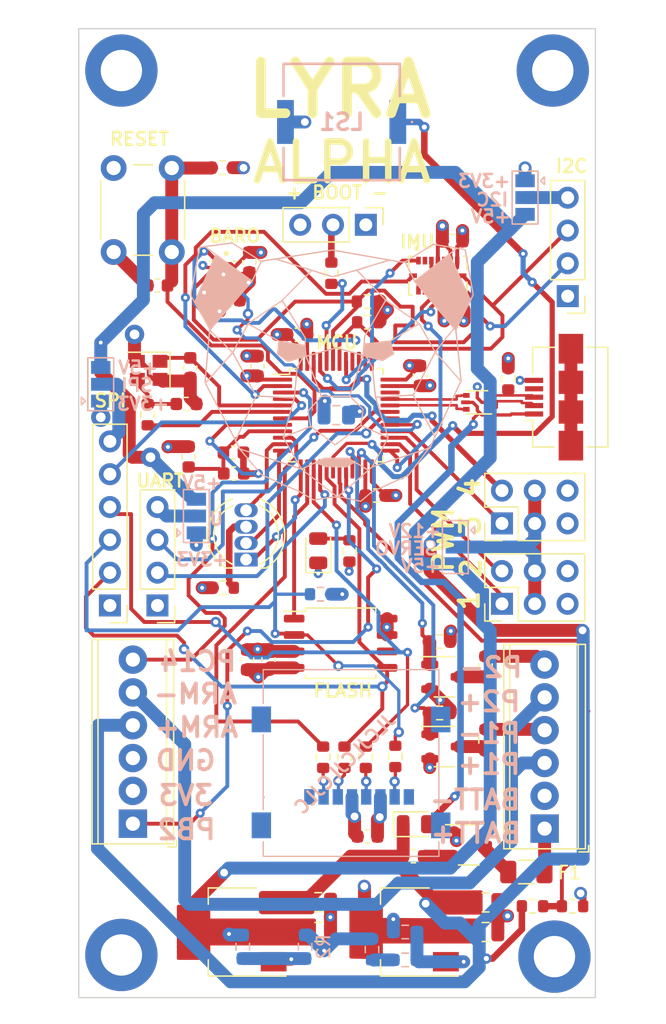
<source format=kicad_pcb>
(kicad_pcb (version 20221018) (generator pcbnew)
  (layers (0 "F.Cu" signal) (1 "In1.Cu" signal) (2 "In2.Cu" signal) (31 "B.Cu" signal) (34 "B.Paste" user) (35 "F.Paste" user) (36 "B.SilkS" user "B.Silkscreen") (37 "F.SilkS" user "F.Silkscreen") (38 "B.Mask" user) (39 "F.Mask" user) (44 "Edge.Cuts" user))
  (net 0 "")
  (net 1 "GND")
  (net 2 "+5V")
  (net 3 "+12V")
  (net 4 "+3V3")
  (net 5 "USB CON D-")
  (net 6 "Net-(U1-ADJ)")
  (net 7 "USB D+")
  (net 8 "USB D-")
  (net 9 "Net-(D2-K)")
  (net 10 "USB CON D+")
  (net 11 "OSCIN")
  (net 12 "OSCOUT")
  (net 13 "RESET")
  (net 14 "BOOT0")
  (net 15 "VBUS")
  (net 16 "LED RED")
  (net 17 "LED BLUE")
  (net 18 "LED GREEN")
  (net 19 "SCK")
  (net 20 "MISO")
  (net 21 "MOSI")
  (net 22 "ARM-")
  (net 23 "SERVO1")
  (net 24 "SERVO2")
  (net 25 "SERVO3")
  (net 26 "USART1 TX")
  (net 27 "USART1 RX")
  (net 28 "SCL")
  (net 29 "SDA")
  (net 30 "BUZZER")
  (net 31 "+BATT")
  (net 32 "ACCEL INT1")
  (net 33 "Net-(Q2-D)")
  (net 34 "P1-")
  (net 35 "P2-")
  (net 36 "+3.3VA")
  (net 37 "Net-(J9-Pin_2)")
  (net 38 "BATT SENSE")
  (net 39 "BARO INT")
  (net 40 "FLASH CS")
  (net 41 "ACCEL INT2")
  (net 42 "GYRO INT4")
  (net 43 "GYRO INT3")
  (net 44 "SERVO4")
  (net 45 "CS SD")
  (net 46 "Net-(C20-Pad1)")
  (net 47 "P2 EN")
  (net 48 "P1 EN")
  (net 49 "Net-(D3-A)")
  (net 51 "unconnected-(J1-Shield-Pad6)")
  (net 53 "Net-(J8-CD{slash}DAT3)")
  (net 54 "Net-(J8-CMD)")
  (net 55 "Net-(J8-CLK)")
  (net 56 "Net-(J8-DAT0)")
  (net 62 "Net-(Q1-S)")
  (net 63 "Net-(Q3-D)")
  (net 64 "Net-(U2-ADJ)")
  (net 71 "CS BRKOUT")
  (net 72 "PC14")
  (net 73 "Net-(R1-Pad2)")
  (net 74 "UART POWER")
  (net 75 "SERVO POWER")
  (net 76 "SPI POWER")
  (net 77 "I2C POWER")
  (net 78 "PB2")
  (net 80 "Net-(Q1-D)")
  (footprint "Capacitor_SMD:C_0603_1608Metric" (layer "F.Cu") (at 156.1468 89.6112 180)
    (fp_text reference "C17")
    (fp_text value "1uf")
  )
  (footprint "Resistor_SMD:R_0603_1608Metric" (layer "F.Cu") (at 175.641 110.236 -90)
    (fp_text reference "R8")
    (fp_text value "10")
  )
  (footprint "Package_SO:SOIC-8_5.23x5.23mm_P1.27mm" (layer "F.Cu") (at 164.421 102.743)
    (fp_text reference "U6")
    (fp_text value "W25Q32JVSS")
  )
  (footprint "Resistor_SMD:R_0603_1608Metric" (layer "F.Cu") (at 182.375 123.1)
    (fp_text reference "R13")
    (fp_text value "10k")
  )
  (footprint "Connector_PinHeader_2.54mm:PinHeader_1x04_P2.54mm_Vertical" (layer "F.Cu") (at 182 75.88 180)
    (fp_text reference "J10")
    (fp_text value "I2C Breakout")
  )
  (footprint "Capacitor_SMD:C_0603_1608Metric" (layer "F.Cu") (at 152.781 81.4324 90)
    (fp_text reference "C19")
    (fp_text value "6pf")
  )
  (footprint "Resistor_SMD:R_0603_1608Metric" (layer "F.Cu") (at 168.656 111.506 90)
    (fp_text reference "R23")
    (fp_text value "3.3k")
  )
  (footprint "Resistor_SMD:R_0603_1608Metric" (layer "F.Cu") (at 163.703 74.105 -90)
    (fp_text reference "R21")
    (fp_text value "100K")
  )
  (footprint "TerminalBlock_Phoenix:TerminalBlock_Phoenix_MPT-0,5-6-2.54_1x06_P2.54mm_Horizontal" (layer "F.Cu") (at 180.213 117.094 90)
    (fp_text reference "J7")
    (fp_text value "Screw_Terminal_01x06")
  )
  (footprint "Capacitor_SMD:C_0603_1608Metric" (layer "F.Cu") (at 173.2 76.962)
    (fp_text reference "C6")
    (fp_text value "0.1uf")
  )
  (footprint "Inductor_SMD:L_0603_1608Metric" (layer "F.Cu") (at 152.654 88.3135 90)
    (fp_text reference "FB2")
    (fp_text value "600 @ 600MHz")
  )
  (footprint "Capacitor_SMD:C_0603_1608Metric" (layer "F.Cu") (at 161.049 78.867 180)
    (fp_text reference "C15")
    (fp_text value "100nf")
  )
  (footprint "Inductor_SMD:L_0603_1608Metric" (layer "F.Cu") (at 170.053 119.2276 180)
    (fp_text reference "FB1")
    (fp_text value "600 @600mhz")
  )
  (footprint "Resistor_SMD:R_0603_1608Metric" (layer "F.Cu") (at 166.5 76.3 180)
    (fp_text reference "R16")
    (fp_text value "2k2")
  )
  (footprint "Fuse:Fuse_1206_3216Metric" (layer "F.Cu") (at 178.8 120.45 180)
    (fp_text reference "F1")
    (fp_text value "Polyfuse_Small")
  )
  (footprint "LED_SMD:LED_0805_2012Metric" (layer "F.Cu") (at 162.687 95.5825 90)
    (fp_text reference "D3")
    (fp_text value "LED")
  )
  (footprint "Resistor_SMD:R_0603_1608Metric" (layer "F.Cu") (at 177.4 82.275 -90)
    (fp_text reference "R3")
    (fp_text value "1k5")
  )
  (footprint "Capacitor_SMD:C_0603_1608Metric" (layer "F.Cu") (at 158.833 104.013 90)
    (fp_text reference "C9")
    (fp_text value "1uf")
  )
  (footprint "Resistor_SMD:R_0603_1608Metric" (layer "F.Cu") (at 163.068 111.57 90)
    (fp_text reference "R20")
    (fp_text value "3.3k")
  )
  (footprint "Package_TO_SOT_SMD:SOT-666" (layer "F.Cu") (at 175.006 84.1 180)
    (fp_text reference "U3")
    (fp_text value "USBLC6-2SC6")
  )
  (footprint "Capacitor_SMD:C_0603_1608Metric" (layer "F.Cu") (at 167.119 91.313)
    (fp_text reference "C14")
    (fp_text value "100nf")
  )
  (footprint "Connector_PinHeader_2.54mm:PinHeader_2x03_P2.54mm_Vertical" (layer "F.Cu") (at 176.911 99.695 90)
    (fp_text reference "J6")
    (fp_text value "Conn_02x03_Top_Bottom")
  )
  (footprint "Resistor_SMD:R_0603_1608Metric" (layer "F.Cu") (at 166.525 77.9 180)
    (fp_text reference "R14")
    (fp_text value "2k2")
  )
  (footprint "Resistor_SMD:R_0603_1608Metric" (layer "F.Cu") (at 155.325 98.45)
    (fp_text reference "R6")
    (fp_text value "470")
  )
  (footprint "Package_TO_SOT_SMD:SOT-23-3" (layer "F.Cu") (at 174.3401 118.3488)
    (fp_text reference "Q1")
    (fp_text value "AO3401A")
  )
  (footprint "Connector_PinHeader_2.54mm:PinHeader_1x04_P2.54mm_Vertical" (layer "F.Cu") (at 150.241 99.822 180)
    (fp_text reference "J2")
    (fp_text value "UART Breakout")
  )
  (footprint "Capacitor_SMD:C_0603_1608Metric" (layer "F.Cu") (at 155.829 76.2)
    (fp_text reference "C8")
    (fp_text value "0.1uf")
  )
  (footprint "Resistor_SMD:R_0603_1608Metric" (layer "F.Cu") (at 175.63 104.582 -90)
    (fp_text reference "R11")
    (fp_text value "10")
  )
  (footprint "Capacitor_SMD:C_0603_1608Metric" (layer "F.Cu") (at 156.1208 87.9856 180)
    (fp_text reference "C18")
    (fp_text value "0.01uf")
  )
  (footprint "MountingHole:MountingHole_3.2mm_M3_DIN965_Pad" (layer "F.Cu") (at 147.447 126.873)
    (fp_text reference "H4")
    (fp_text value "MountingHole_Pad")
  )
  (footprint "Capacitor_SMD:C_0805_2012Metric" (layer "F.Cu") (at 175.641 125.095)
    (fp_text reference "C3")
    (fp_text value "1uf")
  )
  (footprint "Resistor_SMD:R_0603_1608Metric" (layer "F.Cu") (at 149.479 85.0514 -90)
    (fp_text reference "R22")
    (fp_text value "47")
  )
  (footprint "Crystal:Crystal_SMD_2520-4Pin_2.5x2.0mm" (layer "F.Cu") (at 149.563 81.622 180)
    (fp_text reference "Y1")
    (fp_text value "16MHz")
  )
  (footprint "SnapEDA Library:XDCR_BMP390L" (layer "F.Cu") (at 155.3205 74.16)
    (fp_text reference "U5")
    (fp_text value "BMP390L")
  )
  (footprint "LED_THT:LED_D5.0mm-4_RGB" (layer "F.Cu") (at 157.099 96.266 90)
    (fp_text reference "D2")
    (fp_text value "LED_RBKG")
  )
  (footprint "Connector_PinHeader_2.54mm:PinHeader_2x03_P2.54mm_Vertical" (layer "F.Cu") (at 176.911 93.472 90)
    (fp_text reference "J5")
    (fp_text value "Conn_02x03_Top_Bottom")
  )
  (footprint "Package_TO_SOT_SMD:SOT-223-3_TabPin2" (layer "F.Cu") (at 169.418 125.095 180)
    (fp_text reference "U1")
    (fp_text value "LM317_SOT-223")
  )
  (footprint "Resistor_SMD:R_0603_1608Metric" (layer "F.Cu") (at 165.1 95.6 -90)
    (fp_text reference "R10")
    (fp_text value "470")
  )
  (footprint "Package_QFP:LQFP-48_7x7mm_P0.5mm" (layer "F.Cu") (at 164.084 85.09)
    (fp_text reference "U7")
    (fp_text value "STM32F103C8Tx")
  )
  (footprint "Capacitor_SMD:C_0603_1608Metric" (layer "F.Cu") (at 157.353 73.266 -90)
    (fp_text reference "C7")
    (fp_text value "0.1uf")
  )
  (footprint "Capacitor_SMD:C_0603_1608Metric" (layer "F.Cu") (at 152.4762 84.2264)
    (fp_text reference "C20")
    (fp_text value "6pf")
  )
  (footprint "Connector_USB:USB_Micro-B_Amphenol_10104110_Horizontal" (layer "F.Cu") (at 180.95 83.7 90)
    (fp_text reference "J1")
    (fp_text value "USB_B_Micro")
  )
  (footprint "Package_TO_SOT_SMD:SOT-23-3" (layer "F.Cu") (at 172.4715 110.744)
    (fp_text reference "Q2")
    (fp_text value "Q_NMOS_GSD")
  )
  (footprint "Package_TO_SOT_SMD:SOT-23-3" (layer "F.Cu") (at 172.4605 105.344)
    (fp_text reference "Q3")
    (fp_text value "Q_NMOS_GSD")
  )
  (footprint "Connector_PinHeader_2.54mm:PinHeader_1x06_P2.54mm_Vertical" (layer "F.Cu") (at 146.558 99.822 180)
    (fp_text reference "J3")
    (fp_text value "SPI Breakout")
  )
  (footprint "TerminalBlock_Phoenix:TerminalBlock_Phoenix_MPT-0,5-6-2.54_1x06_P2.54mm_Horizontal" (layer "F.Cu") (at 148.336 116.713 90)
    (fp_text reference "J4")
    (fp_text value "Screw_Terminal_01x06")
  )
  (footprint "Capacitor_SMD:C_0805_2012Metric" (layer "F.Cu") (at 162.687 122.7836)
    (fp_text reference "C2")
    (fp_text value "0.1uf")
  )
  (footprint "Resistor_SMD:R_0603_1608Metric" (layer "F.Cu") (at 164.719 111.569 90)
    (fp_text reference "R18")
    (fp_text value "3.3k")
  )
  (footprint "Package_TO_SOT_SMD:SOT-223-3_TabPin2" (layer "F.Cu") (at 156.083 125.095 180)
    (fp_text reference "U2")
    (fp_text value "LM317_SOT-223")
  )
  (footprint "Connector_PinHeader_2.54mm:PinHeader_1x03_P2.54mm_Vertical" (layer "F.Cu") (at 166.37 70.358 -90)
    (fp_text reference "J9")
    (fp_text value "BOOT 0 HEADER")
  )
  (footprint "Capacitor_SMD:C_0603_1608Metric" (layer "F.Cu") (at 173.088 71.628 180)
    (fp_text reference "C5")
    (fp_text value "0.1uf")
  )
  (footprint "Resistor_SMD:R_0603_1608Metric" (layer "F.Cu") (at 172.085 102.616 180)
    (fp_text reference "R9")
    (fp_text value "470")
  )
  (footprint "Resistor_SMD:R_0603_1608Metric" (layer "F.Cu") (at 155.258 65.9384)
    (fp_text reference "R17")
    (fp_text value "10k")
  )
  (footprint "Capacitor_SMD:C_0603_1608Metric" (layer "F.Cu") (at 170.561 82.042 90)
    (fp_text reference "C16")
    (fp_text value "100nf")
  )
  (footprint "MountingHole:MountingHole_3.2mm_M3_DIN965_Pad" (layer "F.Cu") (at 180.975 127)
    (fp_text reference "H1")
    (fp_text value "MountingHole_Pad")
  )
  (footprint "Resistor_SMD:R_0603_1608Metric" (layer "F.Cu") (at 166.37 111.57 -90)
    (fp_text reference "R19")
    (fp_text value "3.3k")
  )
  (footprint "Diode_SMD:D_0805_2012Metric" (layer "F.Cu") (at 170.2 116.75)
    (fp_text reference "D1")
    (fp_text value "D_Small")
  )
  (footprint "Capacitor_SMD:C_0603_1608Metric" (layer "F.Cu") (at 150.241 75.057)
    (fp_text reference "C11")
    (fp_text value "100nf")
  )
  (footprint "Capacitor_SMD:C_0603_1608Metric" (layer "F.Cu") (at 166.5 117.7 180)
    (fp_text reference "C12")
    (fp_text value "1uf")
  )
  (footprint "MountingHole:MountingHole_3.2mm_M3_DIN965_Pad" (layer "F.Cu") (at 147.447 58.42)
    (fp_text reference "H2")
    (fp_text value "MountingHole_Pad")
  )
  (footprint "Capacitor_SMD:C_0603_1608Metric" (layer "F.Cu") (at 157.182 104.026 90)
    (fp_text reference "C10")
    (fp_text value "0.1uf")
  )
  (footprint "MountingHole:MountingHole_3.2mm_M3_DIN965_Pad" (layer "F.Cu") (at 180.848 58.42)
    (fp_text reference "H3")
    (fp_text value "MountingHole_Pad")
  )
  (footprint "Button_Switch_THT:SW_PUSH_6mm" (layer "F.Cu") (at 146.848 72.465 90)
    (fp_text reference "SW1")
    (fp_text value "SW_MEC_5E")
  )
  (footprint "Resistor_SMD:R_0603_1608Metric" (layer "F.Cu") (at 179.2762 123.1)
    (fp_text reference "R12")
    (fp_text value "10k")
  )
  (footprint "SnapEDA Library:PQFN50P450X300X100-16N" (layer "F.Cu") (at 171.948 74.295)
    (fp_text reference "U4")
    (fp_text value "BMI088")
  )
  (footprint "Capacitor_SMD:C_0603_1608Metric" (layer "F.Cu") (at 157.988 81.293 90)
    (fp_text reference "C21")
    (fp_text value "100nf")
  )
  (footprint "Capacitor_SMD:C_0805_2012Metric" (layer "F.Cu") (at 162.687 125.095)
    (fp_text reference "C4")
    (fp_text value "1uf")
  )
  (footprint "Capacitor_SMD:C_0805_2012Metric" (layer "F.Cu") (at 175.641 122.809)
    (fp_text reference "C1")
    (fp_text value "0.1uf")
  )
  (footprint "Resistor_SMD:R_0603_1608Metric" (layer "F.Cu") (at 172.085 108.141 180)
    (fp_text reference "R7")
    (fp_text value "470")
  )
  (footprint "Resistor_SMD:R_0603_1608Metric_Pad0.98x0.95mm_HandSolder" (layer "B.Cu") (at 161.671 126.238 90)
    (fp_text reference "R2")
    (fp_text value "400")
  )
  (footprint "Jumper:SolderJumper-3_P1.3mm_Open_Pad1.0x1.5mm" (layer "B.Cu") (at 153.25 92.9 90)
    (fp_text reference "JP2")
    (fp_text value "SolderJumper_3_Open")
  )
  (footprint "Resistor_SMD:R_0603_1608Metric" (layer "B.Cu") (at 162.875 98.95)
    (fp_text reference "R15")
    (fp_text value "100k")
  )
  (footprint "Jumper:SolderJumper-3_P1.3mm_Open_Pad1.0x1.5mm" (layer "B.Cu") (at 178.7 68.25 -90)
    (fp_text reference "JP4")
    (fp_text value "SolderJumper_3_Open")
  )
  (footprint "SamacSys_Parts:MEM20670218000A" (layer "B.Cu") (at 165.227 116.839 180)
    (fp_text reference "J8")
    (fp_text value "MEM2067-02-180-00-A" hide)
  )
  (footprint "Resistor_SMD:R_0603_1608Metric" (layer "B.Cu") (at 166.85 126.45 90)
    (fp_text reference "R24")
    (fp_text value "400")
  )
  (footprint "Capacitor_SMD:C_0805_2012Metric" (layer "B.Cu") (at 164.084 85.09 180)
    (fp_text reference "C13")
    (fp_text value "10uf")
  )
  (footprint "Resistor_SMD:R_0603_1608Metric_Pad0.98x0.95mm_HandSolder" (layer "B.Cu") (at 169.418 127.254 180)
    (fp_text reference "R1")
    (fp_text value "330")
  )
  (footprint "Jumper:SolderJumper-3_P1.3mm_Open_Pad1.0x1.5mm" (layer "B.Cu") (at 145.85 82.7 90)
    (fp_text reference "JP3")
    (fp_text value "SolderJumper_3_Open")
  )
  (footprint "Jumper:SolderJumper-3_P1.3mm_Open_Pad1.0x1.5mm" (layer "B.Cu") (at 173.3 95.3 -90)
    (fp_text reference "JP1")
    (fp_text value "SolderJumper_3_Open")
  )
  (footprint "Resistor_SMD:R_0603_1608Metric_Pad0.98x0.95mm_HandSolder" (layer "B.Cu") (at 169.418 125.095)
    (fp_text reference "R4")
    (fp_text value "240")
  )
  (footprint "LOGO" (layer "B.Cu") (at 163.75 81.75 180)
    (fp_text reference "G***")
    (fp_text value "LOGO" hide)
  )
  (footprint "SamacSys_Parts:PKMCS0909E4000R1" (layer "B.Cu") (at 164.5 62.4 180)
    (fp_text reference "LS1")
    (fp_text value "PKMCS0909E4000-R1" hide)
  )
  (footprint "Resistor_SMD:R_0603_1608Metric_Pad0.98x0.95mm_HandSolder" (layer "B.Cu") (at 156.845 126.238 -90)
    (fp_text reference "R5")
    (fp_text value "240")
  )
  (gr_rect (start 144.145 55.175) (end 184.145 130.175) (stroke (width 0.1)) (fill none) (layer "Edge.Cuts"))
  (gr_text "JLCJLCJLCJLC" (at 168.9 108.75 45) (layer "B.SilkS") (effects (font (size 1 1) (thickness 0.2) bold) (justify left bottom mirror)))
  (gr_text "SERVO" (at 172 96) (layer "B.SilkS") (effects (font (size 1 1) (thickness 0.2) bold) (justify left bottom mirror)))
  (gr_text "SPI\n" (at 150 83.35) (layer "B.SilkS") (effects (font (size 1 1) (thickness 0.2) bold) (justify left bottom mirror)))
  (gr_text "+3V3" (at 177.65 67.55) (layer "B.SilkS") (effects (font (size 1 1) (thickness 0.2) bold) (justify left bottom mirror)))
  (gr_text "+5V" (at 177.7 70.3) (layer "B.SilkS") (effects (font (size 1 1) (thickness 0.2) bold) (justify left bottom mirror)))
  (gr_text "ARM+\n\n" (at 156.65 112.55) (layer "B.SilkS") (effects (font (size 1.5 1.5) (thickness 0.3) bold) (justify left bottom mirror)))
  (gr_text "ARM-\n" (at 156.55 107.55) (layer "B.SilkS") (effects (font (size 1.5 1.5) (thickness 0.3) bold) (justify left bottom mirror)))
  (gr_text "P1+\n" (at 178.5 113) (layer "B.SilkS") (effects (font (size 1.5 1.5) (thickness 0.3) bold) (justify left bottom mirror)))
  (gr_text "U" (at 155.45 93.7) (layer "B.SilkS") (effects (font (size 1 1) (thickness 0.2) bold) (justify left bottom mirror)))
  (gr_text "PB2" (at 154.9 118.05) (layer "B.SilkS") (effects (font (size 1.5 1.5) (thickness 0.3) bold) (justify left bottom mirror)))
  (gr_text "I2C\n" (at 177.5 69) (layer "B.SilkS") (effects (font (size 1 1) (thickness 0.2) bold) (justify left bottom mirror)))
  (gr_text "P2-\n" (at 178.65 105.5) (layer "B.SilkS") (effects (font (size 1.5 1.5) (thickness 0.3) bold) (justify left bottom mirror)))
  (gr_text "BATT-\n" (at 178.5 115.75) (layer "B.SilkS") (effects (font (size 1.5 1.5) (thickness 0.3) bold) (justify left bottom mirror)))
  (gr_text "+12V" (at 172.3 94.65) (layer "B.SilkS") (effects (font (size 1 1) (thickness 0.2) bold) (justify left bottom mirror)))
  (gr_text "P1-" (at 178.5 110.6) (layer "B.SilkS") (effects (font (size 1.5 1.5) (thickness 0.3) bold) (justify left bottom mirror)))
  (gr_text "+5V" (at 172.3 97.35) (layer "B.SilkS") (effects (font (size 1 1) (thickness 0.2) bold) (justify left bottom mirror)))
  (gr_text "+5V" (at 155.35 90.9) (layer "B.SilkS") (effects (font (size 1 1) (thickness 0.2) bold) (justify left bottom mirror)))
  (gr_text "+3V3" (at 151.25 84.8) (layer "B.SilkS") (effects (font (size 1 1) (thickness 0.2) bold) (justify left bottom mirror)))
  (gr_text "3V3" (at 154.7 115.4) (layer "B.SilkS") (effects (font (size 1.5 1.5) (thickness 0.3) bold) (justify left bottom mirror)))
  (gr_text "+5V" (at 150.4 82) (layer "B.SilkS") (effects (font (size 1 1) (thickness 0.2) bold) (justify left bottom mirror)))
  (gr_text "+3V3" (at 155.85 96.85) (layer "B.SilkS") (effects (font (size 1 1) (thickness 0.2) bold) (justify left bottom mirror)))
  (gr_text "PC14\n\n" (at 156.5 107.45) (layer "B.SilkS") (effects (font (size 1.5 1.5) (thickness 0.3) bold) (justify left bottom mirror)))
  (gr_text "GND" (at 154.9 112.7) (layer "B.SilkS") (effects (font (size 1.5 1.5) (thickness 0.3) bold) (justify left bottom mirror)))
  (gr_text "P2+\n" (at 178.5 108.15) (layer "B.SilkS") (effects (font (size 1.5 1.5) (thickness 0.3) bold) (justify left bottom mirror)))
  (gr_text "BATT+\n\n" (at 178.55 120.75) (layer "B.SilkS") (effects (font (size 1.5 1.5) (thickness 0.3) bold) (justify left bottom mirror)))
  (gr_text "+ BOOT -" (at 160.1 68.45) (layer "F.SilkS") (effects (font (size 1 1) (thickness 0.2) bold) (justify left bottom)))
  (gr_text "LYRA\n" (at 156.8 62.25) (layer "F.SilkS") (effects (font (size 4 4) (thickness 0.75) bold) (justify left bottom)))
  (gr_text "RESET" (at 146.45 64.3) (layer "F.SilkS") (effects (font (size 1 1) (thickness 0.2) bold) (justify left bottom)))
  (gr_text "I2C\n" (at 180.95 66.4) (layer "F.SilkS") (effects (font (size 1 1) (thickness 0.2) bold) (justify left bottom)))
  (gr_text "4" (at 175.3 91.6 90) (layer "F.SilkS") (effects (font (size 1.5 1.5) (thickness 0.3) bold) (justify left bottom)))
  (gr_text "IMU\n" (at 168.9 72.25) (layer "F.SilkS") (effects (font (size 1 1) (thickness 0.2) bold) (justify left bottom)))
  (gr_text "1" (at 175.25 100.35 90) (layer "F.SilkS") (effects (font (size 1.5 1.5) (thickness 0.3) bold) (justify left bottom)))
  (gr_text "2" (at 175.4 97.85 90) (layer "F.SilkS") (effects (font (size 1.5 1.5) (thickness 0.3) bold) (justify left bottom)))
  (gr_text "BARO" (at 154.15 71.8) (layer "F.SilkS") (effects (font (size 1 1) (thickness 0.2) bold) (justify left bottom)))
  (gr_text "FLASH" (at 162.2 107) (layer "F.SilkS") (effects (font (size 1 1) (thickness 0.2) bold) (justify left bottom)))
  (gr_text "3\n" (at 175.35 94.5 90) (layer "F.SilkS") (effects (font (size 1.5 1.5) (thickness 0.3) bold) (justify left bottom)))
  (gr_text "MCU\n" (at 162.4 80.05) (layer "F.SilkS") (effects (font (size 1 1) (thickness 0.2) bold) (justify left bottom)))
  (gr_text "ALPHA" (at 157.35 67.3) (layer "F.SilkS") (effects (font (size 3 3) (thickness 0.5) bold) (justify left bottom)))
  (gr_text "PWM" (at 173.25 97.4 90) (layer "F.SilkS") (effects (font (size 1.5 1.5) (thickness 0.3) bold) (justify left bottom)))
  (gr_text "SPI" (at 145.25 84.55) (layer "F.SilkS") (effects (font (size 1 1) (thickness 0.2) bold) (justify left bottom)))
  (gr_text "UART\n" (at 148.5 90.75) (layer "F.SilkS") (effects (font (size 1 1) (thickness 0.2) bold) (justify left bottom)))
  (segment (start 163.637 123.9622) (end 163.637 124.968) (width 1) (layer "F.Cu") (net 1))
  (segment (start 160.821 104.648) (end 158.973 104.648) (width 1) (layer "F.Cu") (net 1))
  (segment (start 148.463 80.772) (end 148.463 78.8416) (width 1) (layer "F.Cu") (net 1))
  (segment (start 152.781 82.2074) (end 152.781 83.7562) (width 1) (layer "F.Cu") (net 1))
  (segment (start 172.3 70.45) (end 172.3 71.615) (width 1) (layer "F.Cu") (net 1))
  (segment (start 173.385891 118.024223) (end 173.385891 117.582091) (width 1) (layer "F.Cu") (net 1))
  (segment (start 161.824 78.867) (end 161.824 80.9175) (width 0.3) (layer "F.Cu") (net 1))
  (segment (start 156.604 75.5266) (end 157.3022 74.8284) (width 1) (layer "F.Cu") (net 1))
  (segment (start 158.973 104.648) (end 158.833 104.788) (width 1) (layer "F.Cu") (net 1))
  (segment (start 176.591 123.85) (end 176.591 125.095) (width 1) (layer "F.Cu") (net 1))
  (segment (start 172.948 74.78896) (end 172.948 75.46) (width 0.3) (layer "F.Cu") (net 1))
  (segment (start 156.9218 89.6112) (end 158.05 89.6112) (width 0.508) (layer "F.Cu") (net 1))
  (segment (start 162.687 97.3582) (end 162.687 96.52) (width 0.508) (layer "F.Cu") (net 1))
  (segment (start 172.3 71.615) (end 172.313 71.628) (width 1) (layer "F.Cu") (net 1))
  (segment (start 166.344 92.144) (end 166.35 92.15) (width 1) (layer "F.Cu") (net 1))
  (segment (start 171.948 71.993) (end 171.948 73.13) (width 0.3) (layer "F.Cu") (net 1))
  (segment (start 161.8 78.05) (end 161.8 78.843) (width 1) (layer "F.Cu") (net 1))
  (segment (start 168.2465 82.84) (end 170.538 82.84) (width 0.3) (layer "F.Cu") (net 1))
  (segment (start 175 83.748) (end 175 82.9) (width 0.254) (layer "F.Cu") (net 1))
  (segment (start 149.563 81.963) (end 149.922 82.322) (width 0.3) (layer "F.Cu") (net 1))
  (segment (start 148.963 80.922) (end 149.563 81.522) (width 0.3) (layer "F.Cu") (net 1))
  (segment (start 157.353 74.041) (end 157.353 74.7776) (width 1) (layer "F.Cu") (net 1))
  (segment (start 172.313 71.628) (end 171.948 71.993) (width 0.3) (layer "F.Cu") (net 1))
  (segment (start 156.604 76.2) (end 156.604 75.5266) (width 1) (layer "F.Cu") (net 1))
  (segment (start 150.6866 82.4484) (end 150.663 82.472) (width 1) (layer "F.Cu") (net 1))
  (segment (start 167.275 117.7) (end 167.275 116.375) (width 1) (layer "F.Cu") (net 1))
  (segment (start 171.323 112.3696) (end 171.323 111.705) (width 1) (layer "F.Cu") (net 1))
  (segment (start 183.2 123.1) (end 183.2 122.3) (width 0.508) (layer "F.Cu") (net 1))
  (segment (start 152.781 82.2074) (end 152.54 82.4484) (width 1) (layer "F.Cu") (net 1))
  (segment (start 163.637 123.9418) (end 163.6268 123.952) (width 1) (layer "F.Cu") (net 1))
  (segment (start 173.975 77.775) (end 173.95 77.8) (width 1) (layer "F.Cu") (net 1))
  (segment (start 152.54 82.4484) (end 150.6866 82.4484) (width 1) (layer "F.Cu") (net 1))
  (segment (start 170.448 75.46) (end 170.448 74.78896) (width 0.3) (layer "F.Cu") (net 1))
  (segment (start 156.083 74.66) (end 156.083 75.0056) (width 0.3) (layer "F.Cu") (net 1))
  (segment (start 156.083 75.0056) (end 156.604 75.5266) (width 0.3) (layer "F.Cu") (net 1))
  (segment (start 157.4676 104.788) (end 157.195 104.788) (width 1) (layer "F.Cu") (net 1))
  (segment (start 161.824 80.9175) (end 161.834 80.9275) (width 0.3) (layer "F.Cu") (net 1))
  (segment (start 172.91 108.141) (end 172.91 107.881) (width 1) (layer "F.Cu") (net 1))
  (segment (start 158.61 104.788) (end 158.0388 105.3592) (width 1) (layer "F.Cu") (net 1))
  (segment (start 172.1662 107.1372) (end 172.1358 107.1372) (width 1) (layer "F.Cu") (net 1))
  (segment (start 172.1358 107.1068) (end 171.323 106.294) (width 1) (layer "F.Cu") (net 1))
  (segment (start 171.323 111.705) (end 171.334 111.694) (width 1) (layer "F.Cu") (net 1))
  (segment (start 178.3 82.4) (end 179.4 82.4) (width 0.3) (layer "F.Cu") (net 1))
  (segment (start 176.591 122.809) (end 176.591 123.85) (width 1) (layer "F.Cu") (net 1))
  (segment (start 172.923 72.323) (end 172.923 73.105) (width 0.3) (layer "F.Cu") (net 1))
  (segment (start 171.305918 82.817) (end 171.336459 82.786459) (width 1) (layer "F.Cu") (net 1))
  (segment (start 167.275 116.375) (end 167.45 116.2) (width 1) (layer "F.Cu") (net 1))
  (segment (start 172.948 75.46) (end 172.948 75.935) (width 0.3) (layer "F.Cu") (net 1))
  (segment (start 154.558 74.66) (end 154.558 74.892) (width 0.254) (layer "F.Cu") (net 1))
  (segment (start 183.2 122.3) (end 183 122.1) (width 0.508) (layer "F.Cu") (net 1))
  (segment (start 170.448 74.78896) (end 170.861959 74.375) (width 0.3) (layer "F.Cu") (net 1))
  (segment (start 149.563 81.522) (end 149.563 81.963) (width 0.3) (layer "F.Cu") (net 1))
  (segment (start 150.163 82.472) (end 150.663 82.472) (width 0.508) (layer "F.Cu") (net 1))
  (segment (start 172.313 71.628) (end 172.313 71.713) (width 0.3) (layer "F.Cu") (net 1))
  (segment (start 172.923 73.105) (end 172.948 73.13) (width 0.3) (layer "F.Cu") (net 1))
  (segment (start 158.0388 105.3592) (end 157.4676 104.788) (width 1) (layer "F.Cu") (net 1))
  (segment (start 158.833 104.788) (end 158.61 104.788) (width 1) (layer "F.Cu") (net 1))
  (segment (start 176.591 123.85) (end 177.35 123.85) (width 1) (layer "F.Cu") (net 1))
  (segment (start 166.344 91.313) (end 166.344 92.144) (width 1) (layer "F.Cu") (net 1))
  (segment (start 156.8958 87.9856) (end 156.8958 89.5852) (width 0.508) (layer "F.Cu") (net 1))
  (segment (start 149.44 75.057) (end 146.848 72.465) (width 1) (layer "F.Cu") (net 1))
  (segment (start 156.8958 89.5852) (end 156.9218 89.6112) (width 0.508) (layer "F.Cu") (net 1))
  (segment (start 173.975 76.962) (end 173.975 77.775) (width 1) (layer "F.Cu") (net 1))
  (segment (start 175.931 84.1) (end 175.352 84.1) (width 0.254) (layer "F.Cu") (net 1))
  (segment (start 175.352 84.1) (end 175 83.748) (width 0.254) (layer "F.Cu") (net 1))
  (segment (start 163.637 122.555) (end 163.637 123.9418) (width 1) (layer "F.Cu") (net 1))
  (segment (start 172.53404 74.375) (end 172.948 74.78896) (width 0.3) (layer "F.Cu") (net 1))
  (segment (start 157.988 80.518) (end 157.168 80.518) (width 1) (layer "F.Cu") (net 1))
  (segment (start 172.313 71.713) (end 172.923 72.323) (width 0.3) (layer "F.Cu") (net 1))
  (segment (start 172.948 75.935) (end 173.975 76.962) (width 0.3) (layer "F.Cu") (net 1))
  (segment (start 157.353 74.7776) (end 157.3022 74.8284) (width 1) (layer "F.Cu") (net 1))
  (segment (start 163.6268 123.952) (end 163.637 123.9622) (width 1) (layer "F.Cu") (net 1))
  (segment (start 153.91 73.66) (end 153.75 73.5) (width 0.254) (layer "F.Cu") (net 1))
  (segment (start 172.91 102.616) (end 172.91 101.84) (width 1) (layer "F.Cu") (net 1))
  (segment (start 172.91 101.84) (end 172.95 101.8) (width 1) (layer "F.Cu") (net 1))
  (segment (start 173.385891 117.582091) (end 173.2026 117.3988) (width 1) (layer "F.Cu") (net 1))
  (segment (start 148.688 80.922) (end 148.963 80.922) (width 0.3) (layer "F.Cu") (net 1))
  (segment (start 152.781 83.7562) (end 153.2512 84.2264) (width 1) (layer "F.Cu") (net 1))
  (segment (start 170.861959 74.375) (end 172.53404 74.375) (width 0.3) (layer "F.Cu") (net 1))
  (segment (start 157.168 80.518) (end 157.15 80.5) (width 1) (layer "F.Cu") (net 1))
  (segment (start 172.1358 107.1372) (end 172.1358 107.1068) (width 1) (layer "F.Cu") (net 1))
  (segment (start 159.9215 85.84) (end 155.56 85.84) (width 0.3) (layer "F.Cu") (net 1))
  (segment (start 166.334 89.2525) (end 166.334 91.303) (width 0.3) (layer "F.Cu") (net 1))
  (segment (start 148.463 80.772) (end 148.871 80.772) (width 0.508) (layer "F.Cu") (net 1))
  (segment (start 172.91 107.881) (end 172.1662 107.1372) (width 1) (layer "F.Cu") (net 1))
  (segment (start 157.195 104.788) (end 157.182 104.801) (width 1) (layer "F.Cu") (net 1))
  (segment (start 166.334 91.303) (end 166.344 91.313) (width 0.3) (layer "F.Cu") (net 1))
  (segment (start 154.558 73.66) (end 153.91 73.66) (width 0.254) (layer "F.Cu") (net 1))
  (segment (start 156.083 74.16) (end 157.234 74.16) (width 0.3) (layer "F.Cu") (net 1))
  (segment (start 170.561 82.817) (end 171.305918 82.817) (width 1) (layer "F.Cu") (net 1))
  (segment (start 149.922 82.322) (end 150.438 82.322) (width 0.3) (layer "F.Cu") (net 1))
  (segment (start 161.8 78.843) (end 161.824 78.867) (width 1) (layer "F.Cu") (net 1))
  (segment (start 155.56 85.84) (end 154.3 87.1) (width 0.3) (layer "F.Cu") (net 1))
  (segment (start 149.466 75.057) (end 149.44 75.057) (width 1) (layer "F.Cu") (net 1))
  (segment (start 154.558 74.892) (end 153.85 75.6) (width 0.254) (layer "F.Cu") (net 1))
  (segment (start 158.833 104.788) (end 157.195 104.788) (width 1) (layer "F.Cu") (net 1))
  (segment (start 170.538 82.84) (end 170.561 82.817) (width 0.3) (layer "F.Cu") (net 1))
  (segment (start 153.7 98.45) (end 154.5 98.45) (width 1) (layer "F.Cu") (net 1))
  (segment (start 157.234 74.16) (end 157.353 74.041) (width 0.3) (layer "F.Cu") (net 1))
  (via (at 171.323 112.3696) (size 0.7) (drill 0.3) (layers "F.Cu" "B.Cu") (net 1))
  (via (at 161.8 78.05) (size 0.7) (drill 0.3) (layers "F.Cu" "B.Cu") (net 1))
  (via (at 158.0388 105.3592) (size 0.7) (drill 0.3) (layers "F.Cu" "B.Cu") (net 1))
  (via (at 172.1358 107.1372) (size 0.7) (drill 0.3) (layers "F.Cu" "B.Cu") (net 1))
  (via (at 166.35 92.15) (size 0.7) (drill 0.3) (layers "F.Cu" "B.Cu") (net 1))
  (via (at 183 122.1) (size 1) (drill 0.6) (layers "F.Cu" "B.Cu") (net 1))
  (via (at 153.85 75.6) (size 0.7) (drill 0.3) (layers "F.Cu" "B.Cu") (net 1))
  (via (at 158.05 89.6112) (size 0.7) (drill 0.3) (layers "F.Cu" "B.Cu") (net 1))
  (via (at 161.65 62.4) (size 1) (drill 0.6) (layers "F.Cu" "B.Cu") (net 1))
  (via (at 163.1442 126.5428) (size 0.7) (drill 0.3) (layers "F.Cu" "B.Cu") (net 1))
  (via (at 171.336459 82.786459) (size 0.7) (drill 0.3) (layers "F.Cu" "B.Cu") (net 1))
  (via (at 177.35 123.85) (size 0.8) (drill 0.4) (layers "F.Cu" "B.Cu") (net 1))
  (via (at 173.95 77.8) (size 0.7) (drill 0.3) (layers "F.Cu" "B.Cu") (net 1))
  (via (at 148.463 78.8416) (size 1.5) (drill 0.75) (layers "F.Cu" "B.Cu") (net 1))
  (via (at 163.6268 123.952) (size 0.7) (drill 0.3) (layers "F.Cu" "B.Cu") (net 1))
  (via (at 162.687 97.3582) (size 0.7) (drill 0.3) (layers "F.Cu" "B.Cu") (net 1))
  (via (at 178.3 82.4) (size 0.7) (drill 0.3) (layers "F.Cu" "B.Cu") (net 1))
  (via (at 165.9 84.8) (size 0.7) (drill 0.3) (layers "F.Cu" "B.Cu") (net 1))
  (via (at 164.55 98.95) (size 0.7) (drill 0.3) (layers "F.Cu" "B.Cu") (net 1))
  (via (at 154.3 87.1) (size 0.7) (drill 0.3) (layers "F.Cu" "B.Cu") (net 1))
  (via (at 172.95 101.8) (size 0.7) (drill 0.3) (layers "F.Cu" "B.Cu") (net 1))
  (via (at 173.385891 118.024223) (size 0.7) (drill 0.3) (layers "F.Cu" "B.Cu") (net 1))
  (via (at 153.7 98.45) (size 0.7) (drill 0.3) (layers "F.Cu" "B.Cu") (net 1))
  (via (at 157.3022 74.8284) (size 0.7) (drill 0.3) (layers "F.Cu" "B.Cu") (net 1))
  (via (at 157.15 80.5) (size 0.7) (drill 0.3) (layers "F.Cu" "B.Cu") (net 1))
  (via (at 175 82.9) (size 0.7) (drill 0.3) (layers "F.Cu" "B.Cu") (net 1))
  (via (at 153.75 73.5) (size 0.7) (drill 0.3) (layers "F.Cu" "B.Cu") (net 1))
  (via (at 172.3 70.45) (size 0.8) (drill 0.4) (layers "F.Cu" "B.Cu") (net 1))
  (via (at 167.45 116.2) (size 1) (drill 0.6) (layers "F.Cu" "B.Cu") (net 1))
  (segment (start 156.8112 89.6112) (end 158.05 89.6112) (width 0.3) (layer "B.Cu") (net 1))
  (segment (start 163.7 98.95) (end 164.55 98.95) (width 1) (layer "B.Cu") (net 1))
  (segment (start 160.15 62.4) (end 161.65 62.4) (width 1) (layer "B.Cu") (net 1))
  (segment (start 161.9269 125.3255) (end 163.1442 126.5428) (width 1) (layer "B.Cu") (net 1))
  (segment (start 167.502 116.148) (end 167.502 114.639) (width 1) (layer "B.Cu") (net 1))
  (segment (start 164.062 125.625) (end 163.1442 126.5428) (width 1) (layer "B.Cu") (net 1))
  (segment (start 167.45 116.2) (end 167.502 116.148) (width 1) (layer "B.Cu") (net 1))
  (segment (start 165.324 84.8) (end 165.034 85.09) (width 1) (layer "B.Cu") (net 1))
  (segment (start 154.3 87.1) (end 156.8112 89.6112) (width 0.3) (layer "B.Cu") (net 1))
  (segment (start 166.85 125.625) (end 164.062 125.625) (width 1) (layer "B.Cu") (net 1))
  (segment (start 161.671 125.3255) (end 161.9269 125.3255) (width 1) (layer "B.Cu") (net 1))
  (segment (start 165.9 84.8) (end 165.324 84.8) (width 1) (layer "B.Cu") (net 1))
  (segment (start 148.05 88.1) (end 148.3 88.35) (width 1) (layer "F.Cu") (net 2))
  (segment (start 148.05 88.1) (end 148.05 87.751321) (width 1) (layer "F.Cu") (net 2))
  (segment (start 145.85 81.8) (end 145.85 79.474701) (width 1) (layer "F.Cu") (net 2))
  (segment (start 148.05 87.751321) (end 148.058 87.743321) (width 1) (layer "F.Cu") (net 2))
  (segment (start 148.058 84.008) (end 145.85 81.8) (width 1) (layer "F.Cu") (net 2))
  (segment (start 148.3 88.35) (end 149.7 88.35) (width 1) (layer "F.Cu") (net 2))
  (segment (start 152.933 122.967) (end 155.4 120.5) (width 1) (layer "F.Cu") (net 2))
  (segment (start 148.058 87.743321) (end 148.058 84.008) (width 1) (layer "F.Cu") (net 2))
  (segment (start 152.933 125.095) (end 152.933 122.967) (width 1) (layer "F.Cu") (net 2))
  (via (at 155.7782 125.2474) (size 0.7) (drill 0.3) (layers "F.Cu" "B.Cu") (net 2))
  (via (at 145.85 79.474701) (size 0.7) (drill 0.3) (layers "F.Cu" "B.Cu") (net 2))
  (via (at 149.7 88.35) (size 1.5) (drill 0.75) (layers "F.Cu" "B.Cu") (net 2))
  (via (at 155.4 120.5) (size 1) (drill 0.6) (layers "F.Cu" "B.Cu") (net 2))
  (segment (start 155.4 120.5) (end 155.75 120.15) (width 1) (layer "B.Cu") (net 2))
  (segment (start 156.845 125.3255) (end 155.8563 125.3255) (width 1) (layer "B.Cu") (net 2))
  (segment (start 170.2 96.05) (end 170.2 94.2) (width 1) (layer "B.Cu") (net 2))
  (segment (start 152.95 91.6) (end 153.25 91.6) (width 1) (layer "B.Cu") (net 2))
  (segment (start 149.15 69.52) (end 149.15 76.174701) (width 1) (layer "B.Cu") (net 2))
  (segment (start 177.625 70.625) (end 173.3 66.3) (width 1) (layer "B.Cu") (net 2))
  (segment (start 155.75 120.15) (end 172.907014 120.15) (width 1) (layer "B.Cu") (net 2))
  (segment (start 176 82.485786) (end 175 81.485786) (width 1) (layer "B.Cu") (net 2))
  (segment (start 177.625 70.625) (end 178.7 69.55) (width 1) (layer "B.Cu") (net 2))
  (segment (start 170.2 94.2) (end 176 88.4) (width 1) (layer "B.Cu") (net 2))
  (segment (start 176 117.057014) (end 176 101.784) (width 1) (layer "B.Cu") (net 2))
  (segment (start 175 73.25) (end 177.625 70.625) (width 1) (layer "B.Cu") (net 2))
  (segment (start 173.3 96.6) (end 170.75 96.6) (width 1) (layer "B.Cu") (net 2))
  (segment (start 149.7 88.35) (end 152.95 91.6) (width 1) (layer "B.Cu") (net 2))
  (segment (start 172.907014 120.15) (end 176 117.057014) (width 1) (layer "B.Cu") (net 2))
  (segment (start 161.35 68.65) (end 150.02 68.65) (width 1) (layer "B.Cu") (net 2))
  (segment (start 155.8563 125.3255) (end 155.7782 125.2474) (width 1) (layer "B.Cu") (net 2))
  (segment (start 175 81.485786) (end 175 73.25) (width 1) (layer "B.Cu") (net 2))
  (segment (start 175.411 101.195) (end 175.411 98.711) (width 1) (layer "B.Cu") (net 2))
  (segment (start 150.02 68.65) (end 149.15 69.52) (width 1) (layer "B.Cu") (net 2))
  (segment (start 175.411 98.711) (end 173.3 96.6) (width 1) (layer "B.Cu") (net 2))
  (segment (start 176 88.4) (end 176 82.485786) (width 1) (layer "B.Cu") (net 2))
  (segment (start 170.75 96.6) (end 170.2 96.05) (width 1) (layer "B.Cu") (net 2))
  (segment (start 145.85 79.474701) (end 145.85 81.4) (width 1) (layer "B.Cu") (net 2))
  (segment (start 173.3 66.3) (end 163.7 66.3) (width 1) (layer "B.Cu") (net 2))
  (segment (start 149.15 76.174701) (end 145.85 79.474701) (width 1) (layer "B.Cu") (net 2))
  (segment (start 163.7 66.3) (end 161.35 68.65) (width 1) (layer "B.Cu") (net 2))
  (segment (start 176 101.784) (end 175.411 101.195) (width 1) (layer "B.Cu") (net 2))
  (segment (start 169.1155 120.0935) (end 171.817 122.795) (width 1) (layer "F.Cu") (net 3))
  (segment (start 169.2625 119.2246) (end 169.2655 119.2276) (width 1) (layer "F.Cu") (net 3))
  (segment (start 171.817 122.795) (end 172.568 122.795) (width 1) (layer "F.Cu") (net 3))
  (segment (start 169.1155 119.2276) (end 169.1155 120.0935) (width 1) (layer "F.Cu") (net 3))
  (segment (start 178.4512 124.884696) (end 176.185896 127.15) (width 0.508) (layer "F.Cu") (net 3))
  (segment (start 178.4512 123.1) (end 178.4512 124.884696) (width 0.508) (layer "F.Cu") (net 3))
  (segment (start 171.35 97.134) (end 171.35 95.1) (width 1) (layer "F.Cu") (net 3))
  (segment (start 161.737 122.685808) (end 165.195208 119.2276) (width 1) (layer "F.Cu") (net 3))
  (segment (start 183.15 101.75) (end 175.966 101.75) (width 1) (layer "F.Cu") (net 3))
  (segment (start 165.195208 119.2276) (end 169.1155 119.2276) (width 1) (layer "F.Cu") (net 3))
  (segment (start 169.2625 116.75) (end 169.2625 119.2246) (width 1) (layer "F.Cu") (net 3))
  (segment (start 161.737 122.7836) (end 161.737 122.685808) (width 1) (layer "F.Cu") (net 3))
  (segment (start 176.185896 127.15) (end 175.7 127.15) (width 0.508) (layer "F.Cu") (net 3))
  (segment (start 175.966 101.75) (end 171.35 97.134) (width 1) (layer "F.Cu") (net 3))
  (via (at 171.35 95.1) (size 1) (drill 0.6) (layers "F.Cu" "B.Cu") (net 3))
  (via (at 175.7 127.15) (size 0.8) (drill 0.4) (layers "F.Cu" "B.Cu") (net 3))
  (via (at 171 122.9) (size 1) (drill 0.6) (layers "F.Cu" "B.Cu") (net 3))
  (via (at 183.15 101.75) (size 1) (drill 0.6) (layers "F.Cu" "B.Cu") (net 3))
  (segment (start 175.15 125.9) (end 175.15 124.565075) (width 1) (layer "B.Cu") (net 3))
  (segment (start 172.5 124.4) (end 173.65 124.4) (width 1) (layer "B.Cu") (net 3))
  (segment (start 175.15 125.9) (end 175.15 127.826346) (width 1) (layer "B.Cu") (net 3))
  (segment (start 172.4 94) (end 173.3 94) (width 1) (layer "B.Cu") (net 3))
  (segment (start 173.65 124.4) (end 175.15 125.9) (width 1) (layer "B.Cu") (net 3))
  (segment (start 145.6 109.15) (end 145.657 109.093) (width 1) (layer "B.Cu") (net 3))
  (segment (start 180.265075 119.45) (end 183.2 119.45) (width 1) (layer "B.Cu") (net 3))
  (segment (start 171.35 95.05) (end 172.4 94) (width 1) (layer "B.Cu") (net 3))
  (segment (start 171 122.9) (end 172.5 124.4) (width 1) (layer "B.Cu") (net 3))
  (segment (start 145.657 109.093) (end 148.336 109.093) (width 1) (layer "B.Cu") (net 3))
  (segment (start 183.2 101.8) (end 183.15 101.75) (width 1) (layer "B.Cu") (net 3))
  (segment (start 175.15 124.565075) (end 180.265075 119.45) (width 1) (layer "B.Cu") (net 3))
  (segment (start 183.2 119.45) (end 183.2 101.8) (width 1) (layer "B.Cu") (net 3))
  (segment (start 174.026346 128.95) (end 155.9 128.95) (width 1) (layer "B.Cu") (net 3))
  (segment (start 145.6 118.65) (end 145.6 109.15) (width 1) (layer "B.Cu") (net 3))
  (segment (start 175.15 127.826346) (end 174.026346 128.95) (width 1) (layer "B.Cu") (net 3))
  (segment (start 171.35 95.1) (end 171.35 95.05) (width 1) (layer "B.Cu") (net 3))
  (segment (start 155.9 128.95) (end 145.6 118.65) (width 1) (layer "B.Cu") (net 3))
  (segment (start 166.268 125.095) (end 166.268 121.568) (width 1) (layer "F.Cu") (net 4))
  (segment (start 177.4 80.7) (end 177.4 81.45) (width 1) (layer "F.Cu") (net 4))
  (segment (start 151.074 87.526) (end 151.05 87.55) (width 1) (layer "F.Cu") (net 4))
  (segment (start 173.863 70.813) (end 173.85 70.8) (width 1) (layer "F.Cu") (net 4))
  (segment (start 155.054 76.2) (end 155.054 77.046) (width 1) (layer "F.Cu") (net 4))
  (segment (start 156.083 73.66) (end 156.184 73.66) (width 0.3) (layer "F.Cu") (net 4))
  (segment (start 167.4744 76.2508) (end 167.4744 77.8256) (width 1) (layer "F.Cu") (net 4))
  (segment (start 165.1 97.153922) (end 165.076608 97.177314) (width 0.508) (layer "F.Cu") (net 4))
  (segment (start 167.4744 77.5256) (end 168.05 76.95) (width 1) (layer "F.Cu") (net 4))
  (segment (start 172.425 76.962) (end 172.425 77.775) (width 1) (layer "F.Cu") (net 4))
  (segment (start 167.4744 76.3744) (end 168.05 76.95) (width 1) (layer "F.Cu") (net 4))
  (segment (start 159.5 78.85) (end 160.257 78.85) (width 1) (layer "F.Cu") (net 4))
  (segment (start 169.488 82.34) (end 170.561 81.267) (width 0.3) (layer "F.Cu") (net 4))
  (segment (start 171.598 73.8) (end 173.298 73.8) (width 0.3) (layer "F.Cu") (net 4))
  (segment (start 157.362 72.5) (end 157.353 72.491) (width 1) (layer "F.Cu") (net 4))
  (segment (start 157.97 82.05) (end 157.988 82.068) (width 1) (layer "F.Cu") (net 4))
  (segment (start 168.687 91.313) (end 168.7 91.3) (width 1) (layer "F.Cu") (net 4))
  (segment (start 173.448 73.13) (end 173.448 72.043) (width 0.3) (layer "F.Cu") (net 4))
  (segment (start 173.298 73.8) (end 173.448 73.65) (width 0.3) (layer "F.Cu") (net 4))
  (segment (start 156.184 73.66) (end 157.353 72.491) (width 0.3) (layer "F.Cu") (net 4))
  (segment (start 158.25 72.5) (end 157.362 72.5) (width 1) (layer "F.Cu") (net 4))
  (segment (start 155.5705 73.3975) (end 155.9215 73.3975) (width 0.3) (layer "F.Cu") (net 4))
  (segment (start 168.2465 82.34) (end 169.488 82.34) (width 0.3) (layer "F.Cu") (net 4))
  (segment (start 155.0705 76.1835) (end 155.054 76.2) (width 0.3) (layer "F.Cu") (net 4))
  (segment (start 167.4744 77.8256) (end 167.4744 77.5256) (width 1) (layer "F.Cu") (net 4))
  (segment (start 158.26 82.34) (end 157.988 82.068) (width 0.3) (layer "F.Cu") (net 4))
  (segment (start 160.821 103.378) (end 158.973 103.378) (width 1) (layer "F.Cu") (net 4))
  (segment (start 171.448 73.13) (end 171.448 73.65) (width 0.3) (layer "F.Cu") (net 4))
  (segment (start 165.5 116.15) (end 165.5 117.475) (width 1) (layer "F.Cu") (net 4))
  (segment (start 161.334 79.927) (end 160.274 78.867) (width 0.3) (layer "F.Cu") (net 4))
  (segment (start 166.834 90.253) (end 167.894 91.313) (width 0.3) (layer "F.Cu") (net 4))
  (segment (start 158.973 103.378) (end 158.833 103.238) (width 1) (layer "F.Cu") (net 4))
  (segment (start 172.448 76.939) (end 172.425 76.962) (width 0.3) (layer "F.Cu") (net 4))
  (segment (start 167.4744 76.2508) (end 167.4744 76.3744) (width 1) (layer "F.Cu") (net 4))
  (segment (start 155.9215 73.3975) (end 156.184 73.66) (width 0.3) (layer "F.Cu") (net 4))
  (segment (start 156.8884 65.9384) (end 156.9 65.95) (width 1) (layer "F.Cu") (net 4))
  (segment (start 173.448 72.043) (end 173.863 71.628) (width 0.3) (layer "F.Cu") (net 4))
  (segment (start 170.948 75.46) (end 170.948 74.89) (width 0.3) (layer "F.Cu") (net 4))
  (segment (start 172.425 77.775) (end 172.45 77.8) (width 1) (layer "F.Cu") (net 4))
  (segment (start 168 101.5) (end 168.021 101.521) (width 1) (layer "F.Cu") (net 4))
  (segment (start 172.448 75.46) (end 172.448 76.939) (width 0.3) (layer "F.Cu") (net 4))
  (segment (start 165.5 117.475) (end 165.725 117.7) (width 1) (layer "F.Cu") (net 4))
  (segment (start 160.257 78.85) (end 160.274 78.867) (width 1) (layer "F.Cu") (net 4))
  (segment (start 170.561 81.267) (end 169.767 81.267) (width 1) (layer "F.Cu") (net 4))
  (segment (start 156.083 65.9384) (end 156.8884 65.9384) (width 1) (layer "F.Cu") (net 4))
  (segment (start 172.358 74.8) (end 172.448 74.89) (width 0.3) (layer "F.Cu") (net 4))
  (segment (start 171.448 73.65) (end 171.598 73.8) (width 0.3) (layer "F.Cu") (net 4))
  (segment (start 159.9215 82.34) (end 158.26 82.34) (width 0.3) (layer "F.Cu") (net 4))
  (segment (start 157.15 82.05) (end 157.97 82.05) (width 1) (layer "F.Cu") (net 4))
  (segment (start 170.948 74.89) (end 171.038 74.8) (width 0.3) (layer "F.Cu") (net 4))
  (segment (start 166.834 90.253) (end 166.834 89.2525) (width 0.3) (layer "F.Cu") (net 4))
  (segment (start 168.021 100.838) (end 168.021 101.479) (width 1) (layer "F.Cu") (net 4))
  (segment (start 171.038 74.8) (end 172.358 74.8) (width 0.3) (layer "F.Cu") (net 4))
  (segment (start 161.334 80.9275) (end 161.334 79.927) (width 0.3) (layer "F.Cu") (net 4))
  (segment (start 167.894 91.313) (end 168.687 91.313) (width 1) (layer "F.Cu") (net 4))
  (segment (start 158.038 103.238) (end 158.833 103.238) (width 1) (layer "F.Cu") (net 4))
  (segment (start 158 103.2) (end 157.962 103.238) (width 1) (layer "F.Cu") (net 4))
  (segment (start 158 103.2) (end 158.038 103.238) (width 1) (layer "F.Cu") (net 4))
  (segment (start 155.0705 74.9225) (end 155.0705 76.1835) (width 0.3) (layer "F.Cu") (net 4))
  (segment (start 165.1 96.425) (end 165.1 97.153922) (width 0.508) (layer "F.Cu") (net 4))
  (segment (start 155.054 77.046) (end 155.05 77.05) (width 1) (layer "F.Cu") (net 4))
  (segment (start 172.448 74.89) (end 172.448 75.46) (width 0.3) (layer "F.Cu") (net 4))
  (segment (start 168.021 101.479) (end 168 101.5) (width 1) (layer "F.Cu") (net 4))
  (segment (start 173.448 73.65) (end 173.448 73.13) (width 0.3) (layer "F.Cu") (net 4))
  (segment (start 152.654 87.526) (end 151.074 87.526) (width 1) (layer "F.Cu") (net 4))
  (segment (start 173.863 71.628) (end 173.863 70.813) (width 1) (layer "F.Cu") (net 4))
  (segment (start 168.021 101.521) (end 168.021 102.108) (width 1) (layer "F.Cu") (net 4))
  (segment (start 157.195 103.238) (end 157.182 103.251) (width 1) (layer "F.Cu") (net 4))
  (segment (start 157.962 103.238) (end 157.195 103.238) (width 1) (layer "F.Cu") (net 4))
  (segment (start 169.767 81.267) (end 169.75 81.25) (width 1) (layer "F.Cu") (net 4))
  (segment (start 166.268 121.568) (end 166.25 121.55) (width 1) (layer "F.Cu") (net 4))
  (via (at 178.7 65.95) (size 1) (drill 0.6) (layers "F.Cu" "B.Cu") (net 4))
  (via (at 169.75 81.25) (size 0.7) (drill 0.3) (layers "F.Cu" "B.Cu") (net 4))
  (via (at 159.5 78.85) (size 0.7) (drill 0.3) (layers "F.Cu" "B.Cu") (net 4))
  (via (at 173.85 70.8) (size 0.7) (drill 0.3) (layers "F.Cu" "B.Cu") (net 4))
  (via (at 168.7 91.3) (size 0.7) (drill 0.3) (layers "F.Cu" "B.Cu") (net 4))
  (via (at 165.076608 97.177314) (size 0.7) (drill 0.3) (layers "F.Cu" "B.Cu") (net 4))
  (via (at 151.05 87.55) (size 0.7) (drill 0.3) (layers "F.Cu" "B.Cu") (net 4))
  (via (at 158.25 72.5) (size 0.7) (drill 0.3) (layers "F.Cu" "B.Cu") (net 4))
  (via (at 165.5 116.15) (size 1) (drill 0.6) (layers "F.Cu" "B.Cu") (net 4))
  (via (at 145.8505 85.25) (size 1.5) (drill 0.75) (layers "F.Cu" "B.Cu") (net 4))
  (via (at 157.15 82.05) (size 0.7) (drill 0.3) (layers "F.Cu" "B.Cu") (net 4))
  (via (at 153.25 95.15) (size 0.7) (drill 0.3) (layers "F.Cu" "B.Cu") (net 4))
  (via (at 168 101.5) (size 0.7) (drill 0.3) (layers "F.Cu" "B.Cu") (net 4))
  (via (at 166.25 121.55) (size 1) (drill 0.6) (layers "F.Cu" "B.Cu") (net 4))
  (via (at 156.9 65.95) (size 1) (drill 0.6) (layers "F.Cu" "B.Cu") (net 4))
  (via (at 163.2 84) (size 0.7) (drill 0.3) (layers "F.Cu" "B.Cu") (net 4))
  (via (at 177.4 80.7) (size 0.7) (drill 0.3) (layers "F.Cu" "B.Cu") (net 4))
  (via (at 168.05 76.95) (size 0.7) (drill 0.3) (layers "F.Cu" "B.Cu") (net 4))
  (via (at 168.5 124.102) (size 0.7) (drill 0.3) (layers "F.Cu" "B.Cu") (net 4))
  (via (at 172.45 77.8) (size 0.7) (drill 0.3) (layers "F.Cu" "B.Cu") (net 4))
  (via (at 155.05 77.05) (size 0.7) (drill 0.3) (layers "F.Cu" "B.Cu") (net 4))
  (via (at 158 103.2) (size 0.7) (drill 0.3) (layers "F.Cu" "B.Cu") (net 4))
  (segment (start 168.5055 124.1075) (end 168.5 124.102) (width 1) (layer "B.Cu") (net 4))
  (segment (start 168.5055 125.095) (end 168.5055 124.1075) (width 1) (layer "B.Cu") (net 4))
  (segment (start 163.134 85.09) (end 163.134 84.066) (width 1) (layer "B.Cu") (net 4))
  (segment (start 163.134 84.066) (end 163.2 84) (width 1) (layer "B.Cu") (net 4))
  (segment (start 165.302 115.952) (end 165.5 116.15) (width 1) (layer "B.Cu") (net 4))
  (segment (start 145.85 84) (end 145.85 85.2495) (width 1) (layer "B.Cu") (net 4))
  (segment (start 153.25 95.15) (end 153.25 94.2) (width 1) (layer "B.Cu") (net 4))
  (segment (start 145.85 85.2495) (end 145.8505 85.25) (width 1) (layer "B.Cu") (net 4))
  (segment (start 165.302 114.639) (end 165.302 115.952) (width 1) (layer "B.Cu") (net 4))
  (segment (start 178.7 66.95) (end 178.7 65.95) (width 1) (layer "B.Cu") (net 4))
  (segment (start 178.45 84.012501) (end 178.45 84.15) (width 0.2) (layer "F.Cu") (net 5))
  (segment (start 175.9935 84.5) (end 176.506 84.5) (width 0.2) (layer "F.Cu") (net 5))
  (segment (start 175.856 84.6375) (end 175.9935 84.5) (width 0.2) (layer "F.Cu") (net 5))
  (segment (start 176.506 84.012501) (end 178.45 84.012501) (width 0.2) (layer "F.Cu") (net 5))
  (segment (start 179.2 84.15) (end 179.4 84.35) (width 0.2) (layer "F.Cu") (net 5))
  (segment (start 176.506 84.5) (end 176.506 84.012501) (width 0.2) (layer "F.Cu") (net 5))
  (segment (start 178.45 84.15) (end 179.2 84.15) (width 0.2) (layer "F.Cu") (net 5))
  (segment (start 173.95 127.4) (end 172.573 127.4) (width 1) (layer "F.Cu") (net 6))
  (segment (start 172.573 127.4) (end 172.568 127.395) (width 1) (layer "F.Cu") (net 6))
  (via (at 173.95 127.4) (size 0.7) (drill 0.3) (layers "F.Cu" "B.Cu") (net 6))
  (segment (start 170.4765 127.4) (end 170.3305 127.254) (width 1) (layer "B.Cu") (net 6))
  (segment (start 173.95 127.4) (end 170.4765 127.4) (width 1) (layer "B.Cu") (net 6))
  (segment (start 170.3305 127.254) (end 170.3305 125.095) (width 1) (layer "B.Cu") (net 6))
  (segment (start 173.747499 83.596) (end 173.402 83.596) (width 0.2) (layer "F.Cu") (net 7))
  (segment (start 173.402 83.596) (end 173.402 83.875) (width 0.2) (layer "F.Cu") (net 7))
  (segment (start 173.780999 83.5625) (end 173.747499 83.596) (width 0.2) (layer "F.Cu") (net 7))
  (segment (start 173.402 83.875) (end 168.9 83.875) (width 0.2) (layer "F.Cu") (net 7))
  (segment (start 174.156 83.5625) (end 173.780999 83.5625) (width 0.2) (layer "F.Cu") (net 7))
  (segment (start 173.402 84.604) (end 173.402 84.325) (width 0.2) (layer "F.Cu") (net 8))
  (segment (start 173.402 84.325) (end 168.9 84.325) (width 0.2) (layer "F.Cu") (net 8))
  (segment (start 173.780999 84.6375) (end 173.747499 84.604) (width 0.2) (layer "F.Cu") (net 8))
  (segment (start 173.747499 84.604) (end 173.402 84.604) (width 0.2) (layer "F.Cu") (net 8))
  (segment (start 174.156 84.6375) (end 173.780999 84.6375) (width 0.2) (layer "F.Cu") (net 8))
  (segment (start 155.795 98.095) (end 155.795 94.105) (width 0.508) (layer "F.Cu") (net 9))
  (segment (start 155.795 94.105) (end 156.174 93.726) (width 0.508) (layer "F.Cu") (net 9))
  (segment (start 156.174 93.726) (end 157.099 93.726) (width 0.508) (layer "F.Cu") (net 9))
  (segment (start 156.15 98.45) (end 155.795 98.095) (width 0.508) (layer "F.Cu") (net 9))
  (segment (start 179.248897 83.5625) (end 179.386397 83.7) (width 0.2) (layer "F.Cu") (net 10))
  (segment (start 179.386397 83.7) (end 179.4 83.7) (width 0.2) (layer "F.Cu") (net 10))
  (segment (start 175.856 83.5625) (end 179.248897 83.5625) (width 0.2) (layer "F.Cu") (net 10))
  (segment (start 155.0282 84.34) (end 155.0162 84.328) (width 0.3) (layer "F.Cu") (net 11))
  (segment (start 155.0162 82.8926) (end 152.781 80.6574) (width 0.3) (layer "F.Cu") (net 11))
  (segment (start 155.0162 84.328) (end 155.0162 82.8926) (width 0.3) (layer "F.Cu") (net 11))
  (segment (start 150.7776 80.6574) (end 150.663 80.772) (width 0.3) (layer "F.Cu") (net 11))
  (segment (start 152.781 80.6574) (end 150.7776 80.6574) (width 0.3) (layer "F.Cu") (net 11))
  (segment (start 159.9215 84.34) (end 155.0282 84.34) (width 0.3) (layer "F.Cu") (net 11))
  (segment (start 154.4574 84.836) (end 159.9175 84.836) (width 0.3) (layer "F.Cu") (net 12))
  (segment (start 159.9175 84.836) (end 159.9215 84.84) (width 0.3) (layer "F.Cu") (net 12))
  (segment (start 153.417 85.8764) (end 154.4574 84.836) (width 0.3) (layer "F.Cu") (net 12))
  (segment (start 149.479 85.8764) (end 153.417 85.8764) (width 0.3) (layer "F.Cu") (net 12))
  (segment (start 158.788 80.838) (end 159.84 81.89) (width 0.3) (layer "F.Cu") (net 13))
  (segment (start 162.4 84.8) (end 161.86 85.34) (width 0.3) (layer "F.Cu") (net 13))
  (segment (start 151.016 75.057) (end 151.016 76.316) (width 0.3) (layer "F.Cu") (net 13))
  (segment (start 162.4 83.15) (end 162.4 84.8) (width 0.3) (layer "F.Cu") (net 13))
  (segment (start 161.86 85.34) (end 159.9215 85.34) (width 0.3) (layer "F.Cu") (net 13))
  (segment (start 151.016 76.316) (end 154.4 79.7) (width 0.3) (layer "F.Cu") (net 13))
  (segment (start 161.19 81.94) (end 162.4 83.15) (width 0.3) (layer "F.Cu") (net 13))
  (segment (start 151.348 65.965) (end 151.348 72.465) (width 1) (layer "F.Cu") (net 13))
  (segment (start 159.84 81.89) (end 161.064025 81.89) (width 0.3) (layer "F.Cu") (net 13))
  (segment (start 151.348 72.465) (end 151.348 74.725) (width 1) (layer "F.Cu") (net 13))
  (segment (start 154.4064 65.965) (end 154.433 65.9384) (width 1) (layer "F.Cu") (net 13))
  (segment (start 161.064025 81.89) (end 161.114025 81.94) (width 0.3) (layer "F.Cu") (net 13))
  (segment (start 151.348 65.965) (end 154.4064 65.965) (width 1) (layer "F.Cu") (net 13))
  (segment (start 158.788 80.100538) (end 158.788 80.838) (width 0.3) (layer "F.Cu") (net 13))
  (segment (start 158.387462 79.7) (end 158.788 80.100538) (width 0.3) (layer "F.Cu") (net 13))
  (segment (start 154.4 79.7) (end 158.387462 79.7) (width 0.3) (layer "F.Cu") (net 13))
  (segment (start 161.114025 81.94) (end 161.19 81.94) (width 0.3) (layer "F.Cu") (net 13))
  (segment (start 163.334 78.184) (end 163.334 80.9275) (width 0.3) (layer "F.Cu") (net 14))
  (segment (start 163.703 74.93) (end 164.52 74.93) (width 0.3) (layer "F.Cu") (net 14))
  (segment (start 164.52 74.93) (end 164.55 74.9) (width 0.3) (layer "F.Cu") (net 14))
  (segment (start 163.3 78.15) (end 163.334 78.184) (width 0.3) (layer "F.Cu") (net 14))
  (via (at 163.3 78.15) (size 0.7) (drill 0.3) (layers "F.Cu" "B.Cu") (net 14))
  (via (at 164.55 74.9) (size 0.7) (drill 0.3) (layers "F.Cu" "B.Cu") (net 14))
  (segment (start 163.3 78.15) (end 164.55 76.9) (width 0.3) (layer "B.Cu") (net 14))
  (segment (start 164.55 76.9) (end 164.55 74.9) (width 0.3) (layer "B.Cu") (net 14))
  (segment (start 174.7 85.35) (end 174.7 85.8) (width 0.254) (layer "F.Cu") (net 15))
  (segment (start 171.1375 116.75) (end 171.1375 116.7125) (width 0.508) (layer "F.Cu") (net 15))
  (segment (start 179.4 85) (end 177.65 85) (width 0.254) (layer "F.Cu") (net 15))
  (segment (start 175 84.723) (end 175 84.44) (width 0.254) (layer "F.Cu") (net 15))
  (segment (start 174.081 84.1) (end 174.66 84.1) (width 0.254) (layer "F.Cu") (net 15))
  (segment (start 175.1635 84.8865) (end 175 84.723) (width 0.254) (layer "F.Cu") (net 15))
  (segment (start 175.354 85.077) (end 175.1635 84.8865) (width 0.254) (layer "F.Cu") (net 15))
  (segment (start 171.1375 116.7125) (end 173.25 114.6) (width 0.508) (layer "F.Cu") (net 15))
  (segment (start 177.573 85.077) (end 175.354 85.077) (width 0.254) (layer "F.Cu") (net 15))
  (segment (start 174.66 84.1) (end 175 84.44) (width 0.254) (layer "F.Cu") (net 15))
  (segment (start 175.1635 84.8865) (end 174.7 85.35) (width 0.254) (layer "F.Cu") (net 15))
  (segment (start 177.65 85) (end 177.573 85.077) (width 0.254) (layer "F.Cu") (net 15))
  (via (at 174.7 85.8) (size 0.7) (drill 0.3) (layers "F.Cu" "B.Cu") (net 15))
  (via (at 173.25 114.6) (size 0.7) (drill 0.3) (layers "F.Cu" "B.Cu") (net 15))
  (segment (start 173.75 99.35) (end 172.4 98) (width 0.508) (layer "B.Cu") (net 15))
  (segment (start 173.25 114.6) (end 173.704 114.146) (width 0.508) (layer "B.Cu") (net 15))
  (segment (start 173.704 99.396) (end 173.75 99.35) (width 0.508) (layer "B.Cu") (net 15))
  (segment (start 172.4 98) (end 170.7 98) (width 0.508) (layer "B.Cu") (net 15))
  (segment (start 173 87.5) (end 174.7 85.8) (width 0.508) (layer "B.Cu") (net 15))
  (segment (start 173.704 114.146) (end 173.704 99.396) (width 0.508) (layer "B.Cu") (net 15))
  (segment (start 168.85 93.45) (end 173 89.3) (width 0.508) (layer "B.Cu") (net 15))
  (segment (start 168.85 96.15) (end 168.85 93.45) (width 0.508) (layer "B.Cu") (net 15))
  (segment (start 170.7 98) (end 168.85 96.15) (width 0.508) (layer "B.Cu") (net 15))
  (segment (start 173 89.3) (end 173 87.5) (width 0.508) (layer "B.Cu") (net 15))
  (segment (start 161.334 89.2525) (end 161.334 91.216) (width 0.3) (layer "F.Cu") (net 16))
  (segment (start 157.6835 96.266) (end 157.099 96.266) (width 0.3) (layer "F.Cu") (net 16))
  (segment (start 161.334 91.216) (end 160.9 91.65) (width 0.3) (layer "F.Cu") (net 16))
  (segment (start 159.4495 94.5) (end 157.6835 96.266) (width 0.3) (layer "F.Cu") (net 16))
  (via (at 160.9 91.65) (size 0.7) (drill 0.3) (layers "F.Cu" "B.Cu") (net 16))
  (via (at 159.4495 94.5) (size 0.7) (drill 0.3) (layers "F.Cu" "B.Cu") (net 16))
  (segment (start 160.9 91.65) (end 160.9 93.0495) (width 0.3) (layer "B.Cu") (net 16))
  (segment (start 160.9 93.0495) (end 159.4495 94.5) (width 0.3) (layer "B.Cu") (net 16))
  (segment (start 159.189025 87.34) (end 158.7 87.829025) (width 0.3) (layer "F.Cu") (net 17))
  (segment (start 158.7 87.829025) (end 158.7 90.855) (width 0.3) (layer "F.Cu") (net 17))
  (segment (start 159.9215 87.34) (end 159.189025 87.34) (width 0.3) (layer "F.Cu") (net 17))
  (segment (start 158.7 90.855) (end 157.099 92.456) (width 0.3) (layer "F.Cu") (net 17))
  (segment (start 157.464 94.996) (end 157.099 94.996) (width 0.3) (layer "F.Cu") (net 18))
  (segment (start 159.9215 87.84) (end 159.65 88.1115) (width 0.3) (layer "F.Cu") (net 18))
  (segment (start 159.65 88.1115) (end 159.65 92.81) (width 0.3) (layer "F.Cu") (net 18))
  (segment (start 159.65 92.81) (end 157.464 94.996) (width 0.3) (layer "F.Cu") (net 18))
  (segment (start 162.334 91.834) (end 164.1 93.6) (width 0.3) (layer "F.Cu") (net 19))
  (segment (start 168.093 103.45) (end 168.021 103.378) (width 0.3) (layer "F.Cu") (net 19))
  (segment (start 147.106 92.75) (end 146.558 92.202) (width 0.3) (layer "F.Cu") (net 19))
  (segment (start 148.2 100.081) (end 148.2 92.75) (width 0.3) (layer "F.Cu") (net 19))
  (segment (start 169.6 107.515) (end 169.6 103.45) (width 0.25) (layer "F.Cu") (net 19))
  (segment (start 162.334 89.2525) (end 162.334 91.834) (width 0.3) (layer "F.Cu") (net 19))
  (segment (start 154.75 101.1) (end 149.219 101.1) (width 0.3) (layer "F.Cu") (net 19))
  (segment (start 166.37 110.745) (end 169.6 107.515) (width 0.25) (layer "F.Cu") (net 19))
  (segment (start 149.219 101.1) (end 148.2 100.081) (width 0.3) (layer "F.Cu") (net 19))
  (segment (start 148.2 92.75) (end 147.106 92.75) (width 0.3) (layer "F.Cu") (net 19))
  (segment (start 169.6 103.45) (end 168.093 103.45) (width 0.3) (layer "F.Cu") (net 19))
  (via (at 169.6 103.45) (size 0.7) (drill 0.3) (layers "F.Cu" "B.Cu") (net 19))
  (via (at 154.75 101.1) (size 0.8) (drill 0.4) (layers "F.Cu" "B.Cu") (net 19))
  (via (at 164.1 93.6) (size 0.7) (drill 0.3) (layers "F.Cu" "B.Cu") (net 19))
  (segment (start 158.769239 103.85) (end 157.5 103.85) (width 0.3) (layer "B.Cu") (net 19))
  (segment (start 164.1 93.6) (end 164.1 97.119239) (width 0.3) (layer "B.Cu") (net 19))
  (segment (start 167.35 100.35) (end 167.35 101.769239) (width 0.3) (layer "B.Cu") (net 19))
  (segment (start 164.1 97.119239) (end 164.830761 97.85) (width 0.3) (layer "B.Cu") (net 19))
  (segment (start 164.85 97.85) (end 167.35 100.35) (width 0.3) (layer "B.Cu") (net 19))
  (segment (start 167.35 101.769239) (end 169.030761 103.45) (width 0.3) (layer "B.Cu") (net 19))
  (segment (start 157.5 103.85) (end 154.75 101.1) (width 0.3) (layer "B.Cu") (net 19))
  (segment (start 164.830761 97.85) (end 164.85 97.85) (width 0.3) (layer "B.Cu") (net 19))
  (segment (start 169.6 103.45) (end 159.169239 103.45) (width 0.3) (layer "B.Cu") (net 19))
  (segment (start 159.169239 103.45) (end 158.769239 103.85) (width 0.3) (layer "B.Cu") (net 19))
  (segment (start 169.030761 103.45) (end 169.6 103.45) (width 0.3) (layer "B.Cu") (net 19))
  (segment (start 161.858 102.108) (end 160.821 102.108) (width 0.25) (layer "F.Cu") (net 20))
  (segment (start 162.834 89.2525) (end 162.834 90.884) (width 0.3) (layer "F.Cu") (net 20))
  (segment (start 164.25 104.5) (end 161.858 102.108) (width 0.25) (layer "F.Cu") (net 20))
  (segment (start 159.35 102) (end 160.713 102) (width 0.3) (layer "F.Cu") (net 20))
  (segment (start 168.925 109.625) (end 168.656 109.894) (width 0.25) (layer "F.Cu") (net 20))
  (segment (start 168.656 109.894) (end 168.656 110.681) (width 0.25) (layer "F.Cu") (net 20))
  (segment (start 162.834 90.884) (end 163.2 91.25) (width 0.3) (layer "F.Cu") (net 20))
  (segment (start 160.713 102) (end 160.821 102.108) (width 0.3) (layer "F.Cu") (net 20))
  (via (at 159.35 102) (size 0.7) (drill 0.3) (layers "F.Cu" "B.Cu") (net 20))
  (via (at 164.25 104.5) (size 0.8) (drill 0.4) (layers "F.Cu" "B.Cu") (net 20))
  (via (at 163.2 91.25) (size 0.7) (drill 0.3) (layers "F.Cu" "B.Cu") (net 20))
  (via (at 168.925 109.625) (size 0.8) (drill 0.4) (layers "F.Cu" "B.Cu") (net 20))
  (segment (start 162.878 92.456) (end 159.35 95.984) (width 0.3) (layer "B.Cu") (net 20))
  (segment (start 151.85 101.75) (end 144.75 101.75) (width 0.3) (layer "B.Cu") (net 20))
  (segment (start 159.4 98.95) (end 159.35 99) (width 0.254) (layer "B.Cu") (net 20))
  (segment (start 162.05 98.95) (end 159.4 98.95) (width 0.254) (layer "B.Cu") (net 20))
  (segment (start 163.2 92.134) (end 162.878 92.456) (width 0.3) (layer "B.Cu") (net 20))
  (segment (start 158.9 99.95) (end 153.65 99.95) (width 0.3) (layer "B.Cu") (net 20))
  (segment (start 159.35 99.5) (end 159.35 102) (width 0.3) (layer "B.Cu") (net 20))
  (segment (start 144.75 101.75) (end 144.75 96.55) (width 0.3) (layer "B.Cu") (net 20))
  (segment (start 163.2 91.25) (end 163.2 92.134) (width 0.3) (layer "B.Cu") (net 20))
  (segment (start 159.35 99.5) (end 158.9 99.95) (width 0.3) (layer "B.Cu") (net 20))
  (segment (start 159.35 99) (end 159.35 99.5) (width 0.3) (layer "B.Cu") (net 20))
  (segment (start 153.65 99.95) (end 151.85 101.75) (width 0.3) (layer "B.Cu") (net 20))
  (segment (start 168.925 106.420405) (end 167.004595 104.5) (width 0.25) (layer "B.Cu") (net 20))
  (segment (start 144.75 96.55) (end 146.558 94.742) (width 0.3) (layer "B.Cu") (net 20))
  (segment (start 167.004595 104.5) (end 164.25 104.5) (width 0.25) (layer "B.Cu") (net 20))
  (segment (start 159.35 95.984) (end 159.35 99) (width 0.3) (layer "B.Cu") (net 20))
  (segment (start 168.925 109.625) (end 168.925 106.420405) (width 0.25) (layer "B.Cu") (net 20))
  (segment (start 144.7 99.14) (end 146.558 97.282) (width 0.3) (layer "F.Cu") (net 21))
  (segment (start 165.875 93.894239) (end 163.95 91.969239) (width 0.3) (layer "F.Cu") (net 21))
  (segment (start 163.334 89.984975) (end 163.334 89.2525) (width 0.3) (layer "F.Cu") (net 21))
  (segment (start 165.875 99.25) (end 165.875 93.894239) (width 0.3) (layer "F.Cu") (net 21))
  (segment (start 167.65 107.813) (end 164.719 110.744) (width 0.3) (layer "F.Cu") (net 21))
  (segment (start 168.021 104.648) (end 167.854604 104.648) (width 0.3) (layer "F.Cu") (net 21))
  (segment (start 145.3 102.15) (end 144.7 101.55) (width 0.3) (layer "F.Cu") (net 21))
  (segment (start 165.875 102.668396) (end 165.875 99.25) (width 0.3) (layer "F.Cu") (net 21))
  (segment (start 152.3 102.7) (end 151.75 102.15) (width 0.3) (layer "F.Cu") (net 21))
  (segment (start 152.3 103.2) (end 152.3 102.7) (width 0.3) (layer "F.Cu") (net 21))
  (segment (start 167.65 106.1) (end 167.65 107.813) (width 0.3) (layer "F.Cu") (net 21))
  (segment (start 144.7 101.55) (end 144.7 99.14) (width 0.3) (layer "F.Cu") (net 21))
  (segment (start 168.021 104.648) (end 168.021 105.729) (width 0.3) (layer "F.Cu") (net 21))
  (segment (start 163.95 91.969239) (end 163.95 90.600975) (width 0.3) (layer "F.Cu") (net 21))
  (segment (start 167.854604 104.648) (end 165.875 102.668396) (width 0.3) (layer "F.Cu") (net 21))
  (segment (start 168.021 105.729) (end 167.65 106.1) (width 0.3) (layer "F.Cu") (net 21))
  (segment (start 151.75 102.15) (end 145.3 102.15) (width 0.3) (layer "F.Cu") (net 21))
  (segment (start 163.95 90.600975) (end 163.334 89.984975) (width 0.3) (layer "F.Cu") (net 21))
  (via (at 167.65 106.1) (size 0.8) (drill 0.4) (layers "F.Cu" "B.Cu") (net 21))
  (via (at 152.3 103.2) (size 0.8) (drill 0.4) (layers "F.Cu" "B.Cu") (net 21))
  (segment (start 167.65 106.1) (end 155.2 106.1) (width 0.3) (layer "B.Cu") (net 21))
  (segment (start 155.2 106.1) (end 152.3 103.2) (width 0.3) (layer "B.Cu") (net 21))
  (segment (start 168.9 121.3) (end 174.4 121.3) (width 1) (layer "B.Cu") (net 22))
  (segment (start 177.65 109.497) (end 180.213 106.934) (width 1) (layer "B.Cu") (net 22))
  (segment (start 177.65 112.85) (end 178.486 112.014) (width 1) (layer "B.Cu") (net 22))
  (segment (start 174.4 121.3) (end 177.65 118.05) (width 1) (layer "B.Cu") (net 22))
  (segment (start 167.248 122.952) (end 168.9 121.3) (width 1) (layer "B.Cu") (net 22))
  (segment (start 152.35 110.567) (end 152.35 122.6) (width 1) (layer "B.Cu") (net 22))
  (segment (start 152.702 122.952) (end 167.248 122.952) (width 1) (layer "B.Cu") (net 22))
  (segment (start 148.336 106.553) (end 152.35 110.567) (width 1) (layer "B.Cu") (net 22))
  (segment (start 177.65 112.85) (end 177.65 109.497) (width 1) (layer "B.Cu") (net 22))
  (segment (start 152.35 122.6) (end 152.702 122.952) (width 1) (layer "B.Cu") (net 22))
  (segment (start 178.486 112.014) (end 180.213 112.014) (width 1) (layer "B.Cu") (net 22))
  (segment (start 177.65 118.05) (end 177.65 112.85) (width 1) (layer "B.Cu") (net 22))
  (segment (start 169.8 88.161025) (end 169.8 91.95) (width 0.3) (layer "F.Cu") (net 23))
  (segment (start 168.2465 87.34) (end 168.978975 87.34) (width 0.3) (layer "F.Cu") (net 23))
  (segment (start 176.911 99.061) (end 176.911 99.695) (width 0.3) (layer "F.Cu") (net 23))
  (segment (start 168.978975 87.34) (end 169.8 88.161025) (width 0.3) (layer "F.Cu") (net 23))
  (segment (start 169.8 91.95) (end 176.911 99.061) (width 0.3) (layer "F.Cu") (net 23))
  (segment (start 169.49 86.84) (end 170.3 87.65) (width 0.3) (layer "F.Cu") (net 24))
  (segment (start 168.2465 86.84) (end 169.49 86.84) (width 0.3) (layer "F.Cu") (net 24))
  (segment (start 170.3 90.85) (end 176.605 97.155) (width 0.3) (layer "F.Cu") (net 24))
  (segment (start 176.605 97.155) (end 176.911 97.155) (width 0.3) (layer "F.Cu") (net 24))
  (segment (start 170.3 87.65) (end 170.3 90.85) (width 0.3) (layer "F.Cu") (net 24))
  (segment (start 168.2465 86.34) (end 169.779 86.34) (width 0.3) (layer "F.Cu") (net 25))
  (segment (start 169.779 86.34) (end 176.911 93.472) (width 0.3) (layer "F.Cu") (net 25))
  (segment (start 168.2465 85.34) (end 167.514025 85.34) (width 0.3) (layer "F.Cu") (net 26))
  (segment (start 167.514025 85.34) (end 166.4 86.454025) (width 0.3) (layer "F.Cu") (net 26))
  (segment (start 166.4 86.454025) (end 166.4 86.5) (width 0.3) (layer "F.Cu") (net 26))
  (via (at 166.4 86.5) (size 0.8) (drill 0.4) (layers "F.Cu" "B.Cu") (net 26))
  (segment (start 164.15 86.5) (end 158.75 91.9) (width 0.3) (layer "B.Cu") (net 26))
  (segment (start 166.4 86.5) (end 164.15 86.5) (width 0.3) (layer "B.Cu") (net 26))
  (segment (start 158.75 91.9) (end 158.75 96.75) (width 0.3) (layer "B.Cu") (net 26))
  (segment (start 157.95 97.55) (end 150.509 97.55) (width 0.3) (layer "B.Cu") (net 26))
  (segment (start 150.509 97.55) (end 150.241 97.282) (width 0.3) (layer "B.Cu") (net 26))
  (segment (start 158.75 96.75) (end 157.95 97.55) (width 0.3) (layer "B.Cu") (net 26))
  (segment (start 166.999339 84.84) (end 165.539339 86.3) (width 0.3) (layer "F.Cu") (net 27))
  (segment (start 168.2465 84.84) (end 166.999339 84.84) (width 0.3) (layer "F.Cu") (net 27))
  (segment (start 162.85 86.3) (end 162.35 86.8) (width 0.3) (layer "F.Cu") (net 27))
  (segment (start 165.539339 86.3) (end 162.85 86.3) (width 0.3) (layer "F.Cu") (net 27))
  (via (at 162.35 86.8) (size 0.7) (drill 0.3) (layers "F.Cu" "B.Cu") (net 27))
  (segment (start 155.3 91) (end 155.3 95.1) (width 0.3) (layer "B.Cu") (net 27))
  (segment (start 155.3 95.1) (end 154.15 96.25) (width 0.3) (layer "B.Cu") (net 27))
  (segment (start 159.7484 89.8016) (end 159.7484 90.066835) (width 0.3) (layer "B.Cu") (net 27))
  (segment (start 158.815235 91) (end 155.3 91) (width 0.3) (layer "B.Cu") (net 27))
  (segment (start 162.35 86.8) (end 161 88.15) (width 0.3) (layer "B.Cu") (net 27))
  (segment (start 154.15 96.25) (end 151.749 96.25) (width 0.3) (layer "B.Cu") (net 27))
  (segment (start 161 88.55) (end 159.7484 89.8016) (width 0.3) (layer "B.Cu") (net 27))
  (segment (start 161 88.15) (end 161 88.55) (width 0.3) (layer "B.Cu") (net 27))
  (segment (start 151.749 96.25) (end 150.241 94.742) (width 0.3) (layer "B.Cu") (net 27))
  (segment (start 159.7484 90.066835) (end 158.815235 91) (width 0.3) (layer "B.Cu") (net 27))
  (segment (start 164.65 78.95) (end 165.7 77.9) (width 0.3) (layer "F.Cu") (net 28))
  (segment (start 164.334 80.9275) (end 164.334 79.266) (width 0.3) (layer "F.Cu") (net 28))
  (segment (start 176.234 76.566) (end 182 70.8) (width 0.3) (layer "F.Cu") (net 28))
  (segment (start 165.25 78.95) (end 165.6 79.3) (width 0.3) (layer "F.Cu") (net 28))
  (segment (start 164.334 79.266) (end 164.65 78.95) (width 0.3) (layer "F.Cu") (net 28))
  (segment (start 164.65 78.95) (end 165.25 78.95) (width 0.3) (layer "F.Cu") (net 28))
  (segment (start 176.134 76.566) (end 176.234 76.566) (width 0.3) (layer "F.Cu") (net 28))
  (segment (start 176.95 79.05) (end 176.95 77.382) (width 0.3) (layer "F.Cu") (net 28))
  (segment (start 176.134 76.566) (end 173.863 74.295) (width 0.3) (layer "F.Cu") (net 28))
  (segment (start 176.95 77.382) (end 176.134 76.566) (width 0.3) (layer "F.Cu") (net 28))
  (segment (start 165.7 77.9) (end 167.75 79.95) (width 0.3) (layer "F.Cu") (net 28))
  (segment (start 176.05 79.95) (end 176.95 79.05) (width 0.3) (layer "F.Cu") (net 28))
  (segment (start 153.85 72.4) (end 154.073 72.4) (width 0.3) (layer "F.Cu") (net 28))
  (segment (start 167.75 79.95) (end 176.05 79.95) (width 0.3) (layer "F.Cu") (net 28))
  (segment (start 154.073 72.4) (end 155.0705 73.3975) (width 0.3) (layer "F.Cu") (net 28))
  (via (at 153.85 72.4) (size 0.7) (drill 0.3) (layers "F.Cu" "B.Cu") (net 28))
  (via (at 165.6 79.3) (size 0.7) (drill 0.3) (layers "F.Cu" "B.Cu") (net 28))
  (segment (start 154.4 77.75) (end 153.1 76.45) (width 0.3) (layer "B.Cu") (net 28))
  (segment (start 153.1 76.45) (end 153.1 73.15) (width 0.3) (layer "B.Cu") (net 28))
  (segment (start 165.6 79.3) (end 161.75 79.3) (width 0.3) (layer "B.Cu") (net 28))
  (segment (start 159.15 76.9) (end 158.0995 77.9505) (width 0.3) (layer "B.Cu") (net 28))
  (segment (start 161.75 79.3) (end 159.35 76.9) (width 0.3) (layer "B.Cu") (net 28))
  (segment (start 153.1 73.15) (end 153.85 72.4) (width 0.3) (layer "B.Cu") (net 28))
  (segment (start 159.35 76.9) (end 159.15 76.9) (width 0.3) (layer "B.Cu") (net 28))
  (segment (start 156.96005 77.9505) (end 156.75955 77.75) (width 0.3) (layer "B.Cu") (net 28))
  (segment (start 156.75955 77.75) (end 154.4 77.75) (width 0.3) (layer "B.Cu") (net 28))
  (segment (start 158.0995 77.9505) (end 156.96005 77.9505) (width 0.3) (layer "B.Cu") (net 28))
  (segment (start 173.95 79.45) (end 175.15 78.25) (width 0.3) (layer "F.Cu") (net 29))
  (segment (start 153.05 75.3055) (end 154.1955 74.16) (width 0.3) (layer "F.Cu") (net 29))
  (segment (start 175.15 77.55) (end 175.15 76.5) (width 0.3) (layer "F.Cu") (net 29))
  (segment (start 153.05 77.713604) (end 153.05 75.3055) (width 0.3) (layer "F.Cu") (net 29))
  (segment (start 154.586396 79.25) (end 153.05 77.713604) (width 0.3) (layer "F.Cu") (net 29))
  (segment (start 157.95 79.25) (end 154.586396 79.25) (width 0.3) (layer "F.Cu") (net 29))
  (segment (start 166.5242 75.4508) (end 167.805771 75.4508) (width 0.3) (layer "F.Cu") (net 29))
  (segment (start 169.995029 76.695029) (end 170 76.7) (width 0.3) (layer "F.Cu") (net 29))
  (segment (start 154.1955 74.16) (end 154.558 74.16) (width 0.3) (layer "F.Cu") (net 29))
  (segment (start 167.805771 75.4508) (end 169.05 76.695029) (width 0.3) (layer "F.Cu") (net 29))
  (segment (start 170 76.7) (end 170 78.15) (width 0.3) (layer "F.Cu") (net 29))
  (segment (start 163.834 80.9275) (end 163.834 78.583893) (width 0.3) (layer "F.Cu") (net 29))
  (segment (start 175.15 76.5) (end 174.11 75.46) (width 0.3) (layer "F.Cu") (net 29))
  (segment (start 175.3495 77.55) (end 175.15 77.55) (width 0.3) (layer "F.Cu") (net 29))
  (segment (start 175.15 78.25) (end 175.15 77.55) (width 0.3) (layer "F.Cu") (net 29))
  (segment (start 165.675 76.3) (end 160.9 76.3) (width 0.3) (layer "F.Cu") (net 29))
  (segment (start 175.9995 78.2) (end 175.3495 77.55) (width 0.3) (layer "F.Cu") (net 29))
  (segment (start 163.834 78.583893) (end 165.675 76.742893) (width 0.3) (layer "F.Cu") (net 29))
  (segment (start 174.11 75.46) (end 173.448 75.46) (width 0.3) (layer "F.Cu") (net 29))
  (segment (start 168.65 79.45) (end 173.95 79.45) (width 0.3) (layer "F.Cu") (net 29))
  (segment (start 160.9 76.3) (end 157.95 79.25) (width 0.3) (layer "F.Cu") (net 29))
  (segment (start 168.65 78.15) (end 168.65 79.45) (width 0.3) (layer "F.Cu") (net 29))
  (segment (start 165.675 76.742893) (end 165.675 76.3) (width 0.3) (layer "F.Cu") (net 29))
  (segment (start 169.05 76.695029) (end 169.995029 76.695029) (width 0.3) (layer "F.Cu") (net 29))
  (segment (start 170 78.15) (end 168.65 78.15) (width 0.3) (layer "F.Cu") (net 29))
  (segment (start 165.675 76.3) (end 166.5242 75.4508) (width 0.3) (layer "F.Cu") (net 29))
  (via (at 175.9995 78.2) (size 0.7) (drill 0.3) (layers "F.Cu" "B.Cu") (net 29))
  (segment (start 175.9995 78.2) (end 177.14 78.2) (width 0.3) (layer "B.Cu") (net 29))
  (segment (start 177.14 78.2) (end 182 73.34) (width 0.3) (layer "B.Cu") (net 29))
  (segment (start 179.5 86.5) (end 173.7 86.5) (width 0.4) (layer "F.Cu") (net 30))
  (segment (start 170.9 64.95) (end 178.55 72.6) (width 0.508) (layer "F.Cu") (net 30))
  (segment (start 163.834 88.329288) (end 163.834 89.2525) (width 0.254) (layer "F.Cu") (net 30))
  (segment (start 180.8 76.35) (end 180.8 85.2) (width 0.4) (layer "F.Cu") (net 30))
  (segment (start 170.9 62.8) (end 170.9 64.95) (width 0.508) (layer "F.Cu") (net 30))
  (segment (start 173.7 86.5) (end 173.1 85.9) (width 0.4) (layer "F.Cu") (net 30))
  (segment (start 166.773 87.273) (end 164.890288 87.273) (width 0.254) (layer "F.Cu") (net 30))
  (segment (start 179.25 74.8) (end 180.8 76.35) (width 0.4) (layer "F.Cu") (net 30))
  (segment (start 166.85 87.35) (end 166.773 87.273) (width 0.254) (layer "F.Cu") (net 30))
  (segment (start 164.890288 87.273) (end 163.834 88.329288) (width 0.254) (layer "F.Cu") (net 30))
  (segment (start 180.8 85.2) (end 179.5 86.5) (width 0.4) (layer "F.Cu") (net 30))
  (via (at 170.9 62.8) (size 0.8) (drill 0.4) (layers "F.Cu" "B.Cu") (net 30))
  (via (at 179.25 74.8) (size 0.7) (drill 0.3) (layers "F.Cu" "B.Cu") (net 30))
  (via (at 178.55 72.6) (size 0.7) (drill 0.3) (layers "F.Cu" "B.Cu") (net 30))
  (via (at 166.85 87.35) (size 0.7) (drill 0.3) (layers "F.Cu" "B.Cu") (net 30))
  (via (at 173.1 85.9) (size 0.7) (drill 0.3) (layers "F.Cu" "B.Cu") (net 30))
  (segment (start 170.5 62.4) (end 170.9 62.8) (width 0.508) (layer "B.Cu") (net 30))
  (segment (start 178.55 74.1) (end 179.25 74.8) (width 0.4) (layer "B.Cu") (net 30))
  (segment (start 178.55 72.6) (end 178.55 74.1) (width 0.4) (layer "B.Cu") (net 30))
  (segment (start 168.85 62.4) (end 170.5 62.4) (width 0.508) (layer "B.Cu") (net 30))
  (segment (start 173.1 85.9) (end 169.15 89.85) (width 0.4) (layer "B.Cu") (net 30))
  (segment (start 168.51005 89.85) (end 167.5 88.83995) (width 0.4) (layer "B.Cu") (net 30))
  (segment (start 169.15 89.85) (end 168.51005 89.85) (width 0.4) (layer "B.Cu") (net 30))
  (segment (start 167.5 88.83995) (end 167.5 88) (width 0.4) (layer "B.Cu") (net 30))
  (segment (start 167.5 88) (end 166.85 87.35) (width 0.4) (layer "B.Cu") (net 30))
  (segment (start 180.213 120.437) (end 180.2 120.45) (width 1) (layer "F.Cu") (net 31))
  (segment (start 180.213 117.094) (end 180.213 120.437) (width 1) (layer "F.Cu") (net 31))
  (segment (start 158.493893 70.903) (end 163.290893 75.7) (width 0.3) (layer "F.Cu") (net 32))
  (segment (start 154.427761 70.903) (end 158.493893 70.903) (width 0.3) (layer "F.Cu") (net 32))
  (segment (start 152.4 76) (end 152.4 73.469239) (width 0.3) (layer "F.Cu") (net 32))
  (segment (start 169.578 74.75) (end 170.033 74.295) (width 0.3) (layer "F.Cu") (net 32))
  (segment (start 158.46 82.84) (end 157.8 83.5) (width 0.3) (layer "F.Cu") (net 32))
  (segment (start 166.042893 74.75) (end 169.578 74.75) (width 0.3) (layer "F.Cu") (net 32))
  (segment (start 153.2 72.130761) (end 154.427761 70.903) (width 0.3) (layer "F.Cu") (net 32))
  (segment (start 153.2 72.669239) (end 153.2 72.130761) (width 0.3) (layer "F.Cu") (net 32))
  (segment (start 159.9215 82.84) (end 158.46 82.84) (width 0.3) (layer "F.Cu") (net 32))
  (segment (start 152.4 73.469239) (end 153.2 72.669239) (width 0.3) (layer "F.Cu") (net 32))
  (segment (start 163.290893 75.7) (end 165.092893 75.7) (width 0.3) (layer "F.Cu") (net 32))
  (segment (start 165.092893 75.7) (end 166.042893 74.75) (width 0.3) (layer "F.Cu") (net 32))
  (via (at 152.4 76) (size 0.7) (drill 0.3) (layers "F.Cu" "B.Cu") (net 32))
  (via (at 157.8 83.5) (size 0.7) (drill 0.3) (layers "F.Cu" "B.Cu") (net 32))
  (segment (start 152.4 78.219239) (end 152.4 76) (width 0.3) (layer "B.Cu") (net 32))
  (segment (start 157.8 83.5) (end 157.680761 83.5) (width 0.3) (layer "B.Cu") (net 32))
  (segment (start 157.680761 83.5) (end 152.4 78.219239) (width 0.3) (layer "B.Cu") (net 32))
  (segment (start 175.324 110.744) (end 175.641 111.061) (width 1) (layer "F.Cu") (net 33))
  (segment (start 173.609 110.744) (end 175.324 110.744) (width 1) (layer "F.Cu") (net 33))
  (segment (start 180.15 109.411) (end 180.213 109.474) (width 1) (layer "F.Cu") (net 34))
  (segment (start 175.641 109.411) (end 180.15 109.411) (width 1) (layer "F.Cu") (net 34))
  (segment (start 175.63 103.757) (end 179.576 103.757) (width 1) (layer "F.Cu") (net 35))
  (segment (start 179.576 103.757) (end 180.213 104.394) (width 1) (layer "F.Cu") (net 35))
  (segment (start 155.0116 89.251) (end 155.3718 89.6112) (width 0.3) (layer "F.Cu") (net 36))
  (segment (start 159.9215 86.34) (end 157.323938 86.34) (width 0.3) (layer "F.Cu") (net 36))
  (segment (start 156.897538 86.7664) (end 156.565 86.7664) (width 0.3) (layer "F.Cu") (net 36))
  (segment (start 157.323938 86.34) (end 156.897538 86.7664) (width 0.3) (layer "F.Cu") (net 36))
  (segment (start 156.565 86.7664) (end 155.3458 87.9856) (width 0.3) (layer "F.Cu") (net 36))
  (segment (start 155.3458 89.5852) (end 155.3718 89.6112) (width 0.3) (layer "F.Cu") (net 36))
  (segment (start 155.3458 87.9856) (end 155.3458 89.5852) (width 0.3) (layer "F.Cu") (net 36))
  (segment (start 152.654 89.251) (end 155.0116 89.251) (width 0.3) (layer "F.Cu") (net 36))
  (segment (start 163.703 73.28) (end 163.703 70.485) (width 0.508) (layer "F.Cu") (net 37))
  (segment (start 163.703 70.485) (end 163.83 70.358) (width 0.508) (layer "F.Cu") (net 37))
  (segment (start 183.55 107.95) (end 183.55 102.55) (width 0.3) (layer "F.Cu") (net 38))
  (segment (start 181.55 123.1) (end 181.55 120.35) (width 0.3) (layer "F.Cu") (net 38))
  (segment (start 166.31863 93.25) (end 164.4 91.33137) (width 0.3) (layer "F.Cu") (net 38))
  (segment (start 164.4 90.414579) (end 164.334 90.348579) (width 0.3) (layer "F.Cu") (net 38))
  (segment (start 175.35 102.55) (end 166.31863 93.51863) (width 0.3) (layer "F.Cu") (net 38))
  (segment (start 181.55 120.35) (end 183.55 118.35) (width 0.3) (layer "F.Cu") (net 38))
  (segment (start 180.1012 123.1) (end 181.55 123.1) (width 0.508) (layer "F.Cu") (net 38))
  (segment (start 183.6 108) (end 183.55 107.95) (width 0.3) (layer "F.Cu") (net 38))
  (segment (start 183.55 102.55) (end 175.35 102.55) (width 0.3) (layer "F.Cu") (net 38))
  (segment (start 164.334 90.348579) (end 164.334 89.2525) (width 0.3) (layer "F.Cu") (net 38))
  (segment (start 183.55 108.05) (end 183.6 108) (width 0.3) (layer "F.Cu") (net 38))
  (segment (start 164.4 91.33137) (end 164.4 90.414579) (width 0.3) (layer "F.Cu") (net 38))
  (segment (start 183.55 118.35) (end 183.55 108.05) (width 0.3) (layer "F.Cu") (net 38))
  (segment (start 166.31863 93.51863) (end 166.31863 93.25) (width 0.3) (layer "F.Cu") (net 38))
  (segment (start 170.35 85.8) (end 170.31 85.84) (width 0.254) (layer "F.Cu") (net 39))
  (segment (start 157.25 77.65) (end 156.4 78.5) (width 0.254) (layer "F.Cu") (net 39))
  (segment (start 155.5705 74.9225) (end 155.5705 74.4205) (width 0.254) (layer "F.Cu") (net 39))
  (segment (start 157.25 77.2505) (end 157.25 77.65) (width 0.254) (layer "F.Cu") (net 39))
  (segment (start 155.5705 74.4205) (end 155.35 74.2) (width 0.254) (layer "F.Cu") (net 39))
  (segment (start 170.31 85.84) (end 168.2465 85.84) (width 0.254) (layer "F.Cu") (net 39))
  (via (at 170.35 85.8) (size 0.7) (drill 0.3) (layers "F.Cu" "B.Cu") (net 39))
  (via (at 155.35 74.2) (size 0.7) (drill 0.3) (layers "F.Cu" "B.Cu") (net 39))
  (via (at 157.25 77.2505) (size 0.8) (drill 0.4) (layers "F.Cu" "B.Cu") (net 39))
  (via (at 156.4 78.5) (size 0.7) (drill 0.3) (layers "F.Cu" "B.Cu") (net 39))
  (segment (start 167.75 86.25) (end 166.677 85.177) (width 0.254) (layer "B.Cu") (net 39))
  (segment (start 157.023 79.123) (end 156.4 78.5) (width 0.254) (layer "B.Cu") (net 39))
  (segment (start 158.023 79.123) (end 157.023 79.123) (width 0.254) (layer "B.Cu") (net 39))
  (segment (start 155.35 74.2) (end 157.25 76.1) (width 0.254) (layer "B.Cu") (net 39))
  (segment (start 163.898844 83.6) (end 163.521844 83.223) (width 0.254) (layer "B.Cu") (net 39))
  (segment (start 162.723 83.223) (end 160.7 81.2) (width 0.254) (layer "B.Cu") (net 39))
  (segment (start 169.9 86.25) (end 167.75 86.25) (width 0.254) (layer "B.Cu") (net 39))
  (segment (start 160.7 81.2) (end 160.1 81.2) (width 0.254) (layer "B.Cu") (net 39))
  (segment (start 160.1 81.2) (end 158.023 79.123) (width 0.254) (layer "B.Cu") (net 39))
  (segment (start 170.35 85.8) (end 169.9 86.25) (width 0.254) (layer "B.Cu") (net 39))
  (segment (start 166.677 84.478156) (end 165.798844 83.6) (width 0.254) (layer "B.Cu") (net 39))
  (segment (start 166.677 85.177) (end 166.677 84.478156) (width 0.254) (layer "B.Cu") (net 39))
  (segment (start 163.521844 83.223) (end 162.723 83.223) (width 0.254) (layer "B.Cu") (net 39))
  (segment (start 157.25 76.1) (end 157.25 77.2505) (width 0.254) (layer "B.Cu") (net 39))
  (segment (start 165.798844 83.6) (end 163.898844 83.6) (width 0.254) (layer "B.Cu") (net 39))
  (segment (start 160.821 100.838) (end 160.821 92.929) (width 0.3) (layer "F.Cu") (net 40))
  (segment (start 160.821 92.929) (end 161.834 91.916) (width 0.3) (layer "F.Cu") (net 40))
  (segment (start 161.834 91.916) (end 161.834 89.2525) (width 0.3) (layer "F.Cu") (net 40))
  (segment (start 170.448 73.13) (end 169.22 73.13) (width 0.3) (layer "F.Cu") (net 41))
  (segment (start 169.22 73.13) (end 168.25 74.1) (width 0.3) (layer "F.Cu") (net 41))
  (segment (start 164.85 82.35) (end 164.85 80.9435) (width 0.3) (layer "F.Cu") (net 41))
  (segment (start 164.85 80.9435) (end 164.834 80.9275) (width 0.3) (layer "F.Cu") (net 41))
  (via (at 164.85 82.35) (size 0.7) (drill 0.3) (layers "F.Cu" "B.Cu") (net 41))
  (via (at 168.25 74.1) (size 0.7) (drill 0.3) (layers "F.Cu" "B.Cu") (net 41))
  (segment (start 165.35 81.85) (end 165.35 81.844365) (width 0.3) (layer "B.Cu") (net 41))
  (segment (start 166.85 80.344365) (end 166.85 75.5) (width 0.3) (layer "B.Cu") (net 41))
  (segment (start 164.85 82.35) (end 165.35 81.85) (width 0.3) (layer "B.Cu") (net 41))
  (segment (start 166.85 75.5) (end 168.25 74.1) (width 0.3) (layer "B.Cu") (net 41))
  (segment (start 165.35 81.844365) (end 166.85 80.344365) (width 0.3) (layer "B.Cu") (net 41))
  (segment (start 170.7 77.7005) (end 171.2 78.2005) (width 0.3) (layer "F.Cu") (net 42))
  (segment (start 171.448 76.03) (end 170.7 76.778) (width 0.3) (layer "F.Cu") (net 42))
  (segment (start 168.8 88.3935) (end 168.2465 87.84) (width 0.3) (layer "F.Cu") (net 42))
  (segment (start 168.8 89.15) (end 168.8 88.3935) (width 0.3) (layer "F.Cu") (net 42))
  (segment (start 170.7 76.778) (end 170.7 77.7005) (width 0.3) (layer "F.Cu") (net 42))
  (segment (start 171.448 75.46) (end 171.448 76.03) (width 0.3) (layer "F.Cu") (net 42))
  (via (at 168.8 89.15) (size 0.7) (drill 0.3) (layers "F.Cu" "B.Cu") (net 42))
  (via (at 171.2 78.2005) (size 0.7) (drill 0.3) (layers "F.Cu" "B.Cu") (net 42))
  (segment (start 172.15 79.1505) (end 172.15 85.8) (width 0.3) (layer "B.Cu") (net 42))
  (segment (start 171.2 78.2005) (end 172.15 79.1505) (width 0.3) (layer "B.Cu") (net 42))
  (segment (start 172.15 85.8) (end 168.8 89.15) (width 0.3) (layer "B.Cu") (net 42))
  (segment (start 171.948 75.46) (end 171.948 76.221538) (width 0.3) (layer "F.Cu") (net 43))
  (segment (start 162.834 81.684) (end 163.4 82.25) (width 0.3) (layer "F.Cu") (net 43))
  (segment (start 171.4 76.769538) (end 171.4 77.1) (width 0.3) (layer "F.Cu") (net 43))
  (segment (start 162.834 80.9275) (end 162.834 81.684) (width 0.3) (layer "F.Cu") (net 43))
  (segment (start 171.948 76.221538) (end 171.4 76.769538) (width 0.3) (layer "F.Cu") (net 43))
  (via (at 163.4 82.25) (size 0.7) (drill 0.3) (layers "F.Cu" "B.Cu") (net 43))
  (via (at 171.4 77.1) (size 0.7) (drill 0.3) (layers "F.Cu" "B.Cu") (net 43))
  (segment (start 164.198643 83.048643) (end 163.4 82.25) (width 0.3) (layer "B.Cu") (net 43))
  (segment (start 165.324357 83.048643) (end 164.198643 83.048643) (width 0.3) (layer "B.Cu") (net 43))
  (segment (start 171.4 77.1) (end 170.730761 77.1) (width 0.3) (layer "B.Cu") (net 43))
  (segment (start 165.8 82.030761) (end 165.8 82.573) (width 0.3) (layer "B.Cu") (net 43))
  (segment (start 170.730761 77.1) (end 165.8 82.030761) (width 0.3) (layer "B.Cu") (net 43))
  (segment (start 165.8 82.573) (end 165.324357 83.048643) (width 0.3) (layer "B.Cu") (net 43))
  (segment (start 176.911 90.932) (end 171.5 85.521) (width 0.4) (layer "F.Cu") (net 44))
  (segment (start 166.45 82.3) (end 165.88995 82.3) (width 0.4) (layer "F.Cu") (net 44))
  (segment (start 171.5 85.521) (end 171.5 85.15) (width 0.4) (layer "F.Cu") (net 44))
  (segment (start 162.334 80.9275) (end 162.334 82.334) (width 0.3) (layer "F.Cu") (net 44))
  (segment (start 162.334 82.334) (end 163.05 83.05) (width 0.3) (layer "F.Cu") (net 44))
  (segment (start 165.13995 83.05) (end 163.653315 83.05) (width 0.4) (layer "F.Cu") (net 44))
  (segment (start 165.88995 82.3) (end 165.13995 83.05) (width 0.4) (layer "F.Cu") (net 44))
  (segment (start 163.05 83.05) (end 164 83.05) (width 0.3) (layer "F.Cu") (net 44))
  (via (at 166.45 82.3) (size 0.7) (drill 0.3) (layers "F.Cu" "B.Cu") (net 44))
  (via (at 171.5 85.15) (size 0.7) (drill 0.3) (layers "F.Cu" "B.Cu") (net 44))
  (segment (start 167.154 84.280576) (end 166.45 83.576576) (width 0.4) (layer "B.Cu") (net 44))
  (segment (start 170.63995 85.1) (end 170.06005 85.1) (width 0.4) (layer "B.Cu") (net 44))
  (segment (start 170.06005 85.1) (end 169.66005 85.5) (width 0.4) (layer "B.Cu") (net 44))
  (segment (start 169.66005 85.5) (end 167.95 85.5) (width 0.4) (layer "B.Cu") (net 44))
  (segment (start 167.95 85.5) (end 167.154 84.704) (width 0.4) (layer "B.Cu") (net 44))
  (segment (start 171.5 85.15) (end 170.68995 85.15) (width 0.4) (layer "B.Cu") (net 44))
  (segment (start 167.154 84.704) (end 167.154 84.280576) (width 0.4) (layer "B.Cu") (net 44))
  (segment (start 170.68995 85.15) (end 170.63995 85.1) (width 0.4) (layer "B.Cu") (net 44))
  (segment (start 166.45 83.576576) (end 166.45 82.3) (width 0.4) (layer "B.Cu") (net 44))
  (segment (start 160.1 89.254025) (end 160.1 97.6) (width 0.3) (layer "F.Cu") (net 45))
  (segment (start 160.1 97.6) (end 154.8 102.9) (width 0.3) (layer "F.Cu") (net 45))
  (segment (start 160.984 87.170025) (end 160.984 88.370025) (width 0.3) (layer "F.Cu") (net 45))
  (segment (start 161.123 108.8) (end 163.068 110.745) (width 0.3) (layer "F.Cu") (net 45))
  (segment (start 154.8 108.8) (end 161.123 108.8) (width 0.3) (layer "F.Cu") (net 45))
  (segment (start 154.8 102.9) (end 154.8 108.8) (width 0.3) (layer "F.Cu") (net 45))
  (segment (start 159.9215 86.84) (end 160.653975 86.84) (width 0.3) (layer "F.Cu") (net 45))
  (segment (start 160.653975 86.84) (end 160.984 87.170025) (width 0.3) (layer "F.Cu") (net 45))
  (segment (start 160.984 88.370025) (end 160.1 89.254025) (width 0.3) (layer "F.Cu") (net 45))
  (segment (start 149.479 84.2264) (end 151.7012 84.2264) (width 0.3) (layer "F.Cu") (net 46))
  (segment (start 149.479 84.2264) (end 149.479 83.488) (width 0.3) (layer "F.Cu") (net 46))
  (segment (start 149.479 83.488) (end 148.463 82.472) (width 0.3) (layer "F.Cu") (net 46))
  (segment (start 165.334 88.084) (end 165.334 89.2525) (width 0.3) (layer "F.Cu") (net 47))
  (segment (start 171.323 104.394) (end 171.323 102.679) (width 1) (layer "F.Cu") (net 47))
  (segment (start 171.323 102.679) (end 171.26 102.616) (width 1) (layer "F.Cu") (net 47))
  (segment (start 170.75 102.106) (end 171.26 102.616) (width 0.3) (layer "F.Cu") (net 47))
  (segment (start 165.15 87.9) (end 165.334 88.084) (width 0.3) (layer "F.Cu") (net 47))
  (segment (start 170.75 101.2) (end 170.75 102.106) (width 0.3) (layer "F.Cu") (net 47))
  (via (at 165.15 87.9) (size 0.7) (drill 0.3) (layers "F.Cu" "B.Cu") (net 47))
  (via (at 170.75 101.2) (size 0.7) (drill 0.3) (layers "F.Cu" "B.Cu") (net 47))
  (segment (start 165.15 88.032066) (end 165.7 88.582066) (width 0.3) (layer "B.Cu") (net 47))
  (segment (start 167.47817 96.341069) (end 167.858931 96.72183) (width 0.3) (layer "B.Cu") (net 47))
  (segment (start 167.441069 96.341069) (end 167.47817 96.341069) (width 0.3) (layer "B.Cu") (net 47))
  (segment (start 166.55 93.269239) (end 166.55 95.45) (width 0.3) (layer "B.Cu") (net 47))
  (segment (start 166.55 95.45) (end 167.441069 96.341069) (width 0.3) (layer "B.Cu") (net 47))
  (segment (start 165.15 87.9) (end 165.15 88.032066) (width 0.3) (layer "B.Cu") (net 47))
  (segment (start 167.858931 96.72183) (end 167.858931 96.758931) (width 0.3) (layer "B.Cu") (net 47))
  (segment (start 170.75 99.65) (end 170.75 101.2) (width 0.3) (layer "B.Cu") (net 47))
  (segment (start 165.7 88.582066) (end 165.7 92.419239) (width 0.3) (layer "B.Cu") (net 47))
  (segment (start 165.7 92.419239) (end 166.55 93.269239) (width 0.3) (layer "B.Cu") (net 47))
  (segment (start 167.858931 96.758931) (end 170.75 99.65) (width 0.3) (layer "B.Cu") (net 47))
  (segment (start 171.334 109.794) (end 171.334 108.215) (width 1) (layer "F.Cu") (net 48))
  (segment (start 170.174276 107.760372) (end 170.879372 107.760372) (width 0.3) (layer "F.Cu") (net 48))
  (segment (start 165.834 88.188353) (end 165.834 89.2525) (width 0.3) (layer "F.Cu") (net 48))
  (segment (start 170.879372 107.760372) (end 171.26 108.141) (width 0.3) (layer "F.Cu") (net 48))
  (segment (start 171.334 108.215) (end 171.26 108.141) (width 1) (layer "F.Cu") (net 48))
  (segment (start 166.029763 87.99259) (end 165.834 88.188353) (width 0.3) (layer "F.Cu") (net 48))
  (via (at 170.174276 107.760372) (size 0.7) (drill 0.3) (layers "F.Cu" "B.Cu") (net 48))
  (via (at 166.029763 87.99259) (size 0.7) (drill 0.3) (layers "F.Cu" "B.Cu") (net 48))
  (segment (start 167 95.2) (end 171.6 99.8) (width 0.3) (layer "B.Cu") (net 48))
  (segment (start 171.6 106.334648) (end 170.174276 107.760372) (width 0.3) (layer "B.Cu") (net 48))
  (segment (start 171.6 99.8) (end 171.6 106.334648) (width 0.3) (layer "B.Cu") (net 48))
  (segment (start 166.029763 87.99259) (end 167 88.962827) (width 0.3) (layer "B.Cu") (net 48))
  (segment (start 167 88.962827) (end 167 95.2) (width 0.3) (layer "B.Cu") (net 48))
  (segment (start 162.687 94.645) (end 164.97 94.645) (width 0.3) (layer "F.Cu") (net 49))
  (segment (start 164.97 94.645) (end 165.1 94.775) (width 0.3) (layer "F.Cu") (net 49))
  (segment (start 182.25 79.95) (end 182.25 82.55) (width 1) (layer "F.Cu") (net 51))
  (segment (start 182.25 84.85) (end 182.25 87.45) (width 1) (layer "F.Cu") (net 51))
  (segment (start 182.25 82.55) (end 182.25 84.85) (width 1) (layer "F.Cu") (net 51))
  (segment (start 163.068 112.395) (end 163.068 113.368) (width 0.25) (layer "F.Cu") (net 53))
  (segment (start 163.068 113.368) (end 163.1 113.4) (width 0.25) (layer "F.Cu") (net 53))
  (via (at 163.1 113.4) (size 0.8) (drill 0.4) (layers "F.Cu" "B.Cu") (net 53))
  (segment (start 163.1 113.4) (end 163.1 114.637) (width 0.25) (layer "B.Cu") (net 53))
  (segment (start 163.1 114.637) (end 163.102 114.639) (width 0.25) (layer "B.Cu") (net 53))
  (segment (start 164.719 112.394) (end 164.719 112.931) (width 0.25) (layer "F.Cu") (net 54))
  (segment (start 164.719 112.931) (end 164.25 113.4) (width 0.25) (layer "F.Cu") (net 54))
  (via (at 164.25 113.4) (size 0.8) (drill 0.4) (layers "F.Cu" "B.Cu") (net 54))
  (segment (start 164.25 113.4) (end 164.25 114.591) (width 0.25) (layer "B.Cu") (net 54))
  (segment (start 164.25 114.591) (end 164.202 114.639) (width 0.25) (layer "B.Cu") (net 54))
  (segment (start 166.37 112.395) (end 166.37 113.42) (width 0.25) (layer "F.Cu") (net 55))
  (segment (start 166.37 113.42) (end 166.4 113.45) (width 0.25) (layer "F.Cu") (net 55))
  (via (at 166.4 113.45) (size 0.8) (drill 0.4) (layers "F.Cu" "B.Cu") (net 55))
  (segment (start 166.4 113.45) (end 166.4 114.637) (width 0.25) (layer "B.Cu") (net 55))
  (segment (start 166.4 114.637) (end 166.402 114.639) (width 0.25) (layer "B.Cu") (net 55))
  (segment (start 168.656 112.331) (end 168.656 113.394) (width 0.25) (layer "F.Cu") (net 56))
  (segment (start 168.656 113.394) (end 168.6 113.45) (width 0.25) (layer "F.Cu") (net 56))
  (via (at 168.6 113.45) (size 0.8) (drill 0.4) (layers "F.Cu" "B.Cu") (net 56))
  (segment (start 168.6 113.45) (end 168.6 114.637) (width 0.25) (layer "B.Cu") (net 56))
  (segment (start 168.6 114.637) (end 168.602 114.639) (width 0.25) (layer "B.Cu") (net 56))
  (segment (start 170.9905 119.2276) (end 173.1314 119.2276) (width 1) (layer "F.Cu") (net 62))
  (segment (start 173.1314 119.2276) (end 173.2026 119.2988) (width 1) (layer "F.Cu") (net 62))
  (segment (start 175.567 105.344) (end 175.63 105.407) (width 1) (layer "F.Cu") (net 63))
  (segment (start 173.598 105.344) (end 175.567 105.344) (width 1) (layer "F.Cu") (net 63))
  (segment (start 160.6 127.2) (end 159.428 127.2) (width 1) (layer "F.Cu") (net 64))
  (segment (start 159.428 127.2) (end 159.233 127.395) (width 1) (layer "F.Cu") (net 64))
  (via (at 160.6 127.2) (size 0.7) (drill 0.3) (layers "F.Cu" "B.Cu") (net 64))
  (segment (start 159.258 127.1505) (end 156.845 127.1505) (width 1) (layer "B.Cu") (net 64))
  (segment (start 161.671 127.1505) (end 159.258 127.1505) (width 1) (layer "B.Cu") (net 64))
  (segment (start 161.4 84.35) (end 160.89 83.84) (width 0.3) (layer "F.Cu") (net 71))
  (segment (start 160.89 83.84) (end 159.9215 83.84) (width 0.3) (layer "F.Cu") (net 71))
  (via (at 161.4 84.35) (size 0.7) (drill 0.3) (layers "F.Cu" "B.Cu") (net 71))
  (segment (start 160.1 85.65) (end 150.57 85.65) (width 0.3) (layer "B.Cu") (net 71))
  (segment (start 161.4 84.35) (end 160.1 85.65) (width 0.3) (layer "B.Cu") (net 71))
  (segment (start 150.57 85.65) (end 146.558 89.662) (width 0.3) (layer "B.Cu") (net 71))
  (segment (start 152.65 99.05) (end 154 100.4) (width 0.3) (layer "F.Cu") (net 72))
  (segment (start 152.65 97.75) (end 152.65 99.05) (width 0.3) (layer "F.Cu") (net 72))
  (segment (start 154.5 94.65) (end 154.5 95.9) (width 0.3) (layer "F.Cu") (net 72))
  (segment (start 155.03995 100.4) (end 155.45 100.81005) (width 0.3) (layer "F.Cu") (net 72))
  (segment (start 155.45 100.81005) (end 155.45 101.38995) (width 0.3) (layer "F.Cu") (net 72))
  (segment (start 152.82695 104.013) (end 148.336 104.013) (width 0.3) (layer "F.Cu") (net 72))
  (segment (start 159.9215 83.34) (end 161.54 83.34) (width 0.3) (layer "F.Cu") (net 72))
  (segment (start 161.54 83.34) (end 161.55 83.35) (width 0.3) (layer "F.Cu") (net 72))
  (segment (start 154 100.4) (end 155.03995 100.4) (width 0.3) (layer "F.Cu") (net 72))
  (segment (start 155.45 101.38995) (end 152.82695 104.013) (width 0.3) (layer "F.Cu") (net 72))
  (segment (start 154.5 95.9) (end 152.65 97.75) (width 0.3) (layer "F.Cu") (net 72))
  (via (at 154.5 94.65) (size 0.7) (drill 0.3) (layers "F.Cu" "B.Cu") (net 72))
  (via (at 161.55 83.35) (size 0.7) (drill 0.3) (layers "F.Cu" "B.Cu") (net 72))
  (segment (start 161.55 83.35) (end 162.05 83.85) (width 0.3) (layer "B.Cu") (net 72))
  (segment (start 154.5 91.092893) (end 154.5 94.65) (width 0.3) (layer "B.Cu") (net 72))
  (segment (start 158.729064 89.430986) (end 158.729064 90.070936) (width 0.3) (layer "B.Cu") (net 72))
  (segment (start 155.292893 90.3) (end 154.5 91.092893) (width 0.3) (layer "B.Cu") (net 72))
  (segment (start 158.729064 90.070936) (end 158.5 90.3) (width 0.3) (layer "B.Cu") (net 72))
  (segment (start 162.05 86.11005) (end 158.729064 89.430986) (width 0.3) (layer "B.Cu") (net 72))
  (segment (start 158.5 90.3) (end 155.292893 90.3) (width 0.3) (layer "B.Cu") (net 72))
  (segment (start 162.05 83.85) (end 162.05 86.11005) (width 0.3) (layer "B.Cu") (net 72))
  (segment (start 167.021 127.254) (end 167 127.275) (width 1) (layer "B.Cu") (net 73))
  (segment (start 168.5055 127.254) (end 167.021 127.254) (width 1) (layer "B.Cu") (net 73))
  (segment (start 153.25 92.9) (end 150.939 92.9) (width 1) (layer "B.Cu") (net 74))
  (segment (start 150.939 92.9) (end 150.241 92.202) (width 1) (layer "B.Cu") (net 74))
  (segment (start 179.451 93.472) (end 179.451 97.155) (width 1) (layer "F.Cu") (net 75))
  (segment (start 179.451 97.155) (end 179.451 99.695) (width 1) (layer "F.Cu") (net 75))
  (segment (start 179.451 90.932) (end 179.451 93.472) (width 1) (layer "F.Cu") (net 75))
  (segment (start 178.825081 95.3) (end 179.451 94.674081) (width 1) (layer "B.Cu") (net 75))
  (segment (start 173.3 95.3) (end 178.825081 95.3) (width 1) (layer "B.Cu") (net 75))
  (segment (start 179.451 95.925919) (end 179.451 97.155) (width 1) (layer "B.Cu") (net 75))
  (segment (start 178.825081 95.3) (end 179.451 95.925919) (width 1) (layer "B.Cu") (net 75))
  (segment (start 179.451 94.674081) (end 179.451 93.472) (width 1) (layer "B.Cu") (net 75))
  (segment (start 147.25 82.85) (end 147.25 86.43) (width 1) (layer "B.Cu") (net 76))
  (segment (start 147.1 82.7) (end 147.25 82.85) (width 1) (layer "B.Cu") (net 76))
  (segment (start 145.85 82.7) (end 147.1 82.7) (width 1) (layer "B.Cu") (net 76))
  (segment (start 147.25 86.43) (end 146.558 87.122) (width 1) (layer "B.Cu") (net 76))
  (segment (start 178.7 68.25) (end 181.99 68.25) (width 1) (layer "B.Cu") (net 77))
  (segment (start 181.99 68.25) (end 182 68.26) (width 1) (layer "B.Cu") (net 77))
  (segment (start 157.2 101.8) (end 155.65 103.35) (width 0.3) (layer "F.Cu") (net 78))
  (segment (start 164.834 89.2525) (end 164.85 89.2685) (width 0.3) (layer "F.Cu") (net 78))
  (segment (start 164.85 90.6995) (end 165.0505 90.9) (width 0.3) (layer "F.Cu") (net 78))
  (segment (start 155.65 103.35) (end 155.65 107.6) (width 0.3) (layer "F.Cu") (net 78))
  (segment (start 153.55 115.9) (end 152.737 116.713) (width 0.3) (layer "F.Cu") (net 78))
  (segment (start 167.208931 96.991069) (end 166.55 97.65) (width 0.3) (layer "F.Cu") (net 78))
  (segment (start 152.737 116.713) (end 148.336 116.713) (width 0.3) (layer "F.Cu") (net 78))
  (segment (start 164.85 89.2685) (end 164.85 90.6995) (width 0.3) (layer "F.Cu") (net 78))
  (segment (start 166.55 97.65) (end 166.55 101.5) (width 0.3) (layer "F.Cu") (net 78))
  (via (at 155.65 107.6) (size 0.7) (drill 0.3) (layers "F.Cu" "B.Cu") (net 78))
  (via (at 167.208931 96.991069) (size 0.7) (drill 0.3) (layers "F.Cu" "B.Cu") (net 78))
  (via (at 166.55 101.5) (size 0.7) (drill 0.3) (layers "F.Cu" "B.Cu") (net 78))
  (via (at 165.0505 90.9) (size 0.7) (drill 0.3) (layers "F.Cu" "B.Cu") (net 78))
  (via (at 157.2 101.8) (size 0.7) (drill 0.3) (layers "F.Cu" "B.Cu") (net 78))
  (via (at 153.55 115.9) (size 0.7) (drill 0.3) (layers "F.Cu" "B.Cu") (net 78))
  (segment (start 167.05 96.8) (end 165.0505 94.8005) (width 0.3) (layer "B.Cu") (net 78))
  (segment (start 167.05 96.832138) (end 167.05 96.8) (width 0.3) (layer "B.Cu") (net 78))
  (segment (start 155.65 107.6) (end 155.65 113.8) (width 0.3) (layer "B.Cu") (net 78))
  (segment (start 165.0505 94.8005) (end 165.0505 90.9) (width 0.3) (layer "B.Cu") (net 78))
  (segment (start 158.230761 101.8) (end 157.2 101.8) (width 0.3) (layer "B.Cu") (net 78))
  (segment (start 159.080761 102.65) (end 158.230761 101.8) (width 0.3) (layer "B.Cu") (net 78))
  (segment (start 155.65 113.8) (end 153.55 115.9) (width 0.3) (layer "B.Cu") (net 78))
  (segment (start 165.4 102.65) (end 159.080761 102.65) (width 0.3) (layer "B.Cu") (net 78))
  (segment (start 167.208931 96.991069) (end 167.05 96.832138) (width 0.3) (layer "B.Cu") (net 78))
  (segment (start 166.55 101.5) (end 165.4 102.65) (width 0.3) (layer "B.Cu") (net 78))
  (segment (start 175.4776 118.3488) (end 175.4776 118.5276) (width 1) (layer "F.Cu") (net 80))
  (segment (start 175.4776 118.5276) (end 177.4 120.45) (width 1) (layer "F.Cu") (net 80))
  (zone (net 4) (net_name "+3V3") (layer "F.Cu") (priority 2) (connect_pads yes (clearance 0.254)) (min_thickness 0.25) (fill yes (thermal_gap 0.5) (thermal_bridge_width 0.5))
    (polygon (pts (xy 165.1 122.682) (xy 165.1 127.1524) (xy 167.6908 127.2032) (xy 167.6908 125.984) (xy 175.3616 125.984) (xy 175.3616 124.0536) (xy 167.6908 124.0028) (xy 167.6908 122.682)))
  )
  (zone (net 3) (net_name "+12V") (layer "F.Cu") (priority 3) (connect_pads yes (clearance 0.25)) (min_thickness 0.25) (fill yes (thermal_gap 0.5) (thermal_bridge_width 0.5))
    (polygon (pts (xy 171.3484 123.7488) (xy 175.4124 123.7488) (xy 175.4124 121.8692) (xy 171.3484 121.8692)))
  )
  (zone (net 2) (net_name "+5V") (layer "F.Cu") (priority 4) (connect_pads yes (clearance 0.25)) (min_thickness 0.25) (fill yes (thermal_gap 0.5) (thermal_bridge_width 0.5))
    (polygon (pts (xy 162.5092 124.0536) (xy 162.5092 126.1364) (xy 154.3304 126.1364) (xy 154.3304 127.254) (xy 151.7396 127.254) (xy 151.7396 122.9868) (xy 154.3304 122.9868) (xy 154.3304 124.0536)))
  )
  (zone (net 3) (net_name "+12V") (layer "F.Cu") (priority 5) (connect_pads yes (clearance 0.1)) (min_thickness 0.5) (fill yes (thermal_gap 0.5) (thermal_bridge_width 0.5))
    (polygon (pts (xy 162.4076 121.92) (xy 162.4076 123.7234) (xy 158.0896 123.7234) (xy 158.0896 121.92)))
  )
  (zone (net 0) (net_name "") (layers "F.Cu" "In1.Cu" "In2.Cu" "B.Cu") (connect_pads (clearance 0)) (min_thickness 0.25)
    (keepout (tracks allowed) (vias allowed) (pads allowed) (copperpour not_allowed) (footprints allowed))
    (fill (thermal_gap 0.5) (thermal_bridge_width 0.5))
    (polygon (pts (xy 160.8 86.1) (xy 156 86.1) (xy 156 86.7) (xy 157.7 86.7) (xy 157.7 86.6) (xy 160.8 86.6)))
  )
  (zone (net 0) (net_name "") (layers "F.Cu" "In1.Cu" "In2.Cu" "B.Cu") (name "analog") (connect_pads (clearance 0)) (min_thickness 0.25)
    (keepout (tracks allowed) (vias allowed) (pads allowed) (copperpour not_allowed) (footprints allowed))
    (fill (thermal_gap 0.5) (thermal_bridge_width 0.5))
    (polygon (pts (xy 157.7086 90.424) (xy 151.511 90.424) (xy 151.511 90.1192) (xy 151.511 86.7156) (xy 148.5138 86.7156) (xy 148.5138 83.566) (xy 147.2438 83.566) (xy 147.2438 79.8068) (xy 153.6446 79.8068) (xy 155.321 79.8068) (xy 155.321 83.4136) (xy 155.321 84.074) (xy 158.9278 84.074) (xy 160.7566 84.074) (xy 160.7566 85.0392) (xy 154.813 85.0392) (xy 154.813 86.6648) (xy 157.75 86.65)))
  )
  (zone (net 0) (net_name "") (layers "F.Cu" "In2.Cu" "B.Cu") (connect_pads (clearance 0)) (min_thickness 0.25)
    (keepout (tracks allowed) (vias allowed) (pads allowed) (copperpour not_allowed) (footprints allowed))
    (fill (thermal_gap 0.5) (thermal_bridge_width 0.5))
    (polygon (pts (xy 173.05 83.6) (xy 173.05 83.3) (xy 176.8 83.3) (xy 176.8 82.6) (xy 178 82.6) (xy 178 83.4) (xy 180.2 83.4) (xy 180.2 84.7) (xy 176.25 84.7) (xy 176.25 84.95) (xy 173.2 84.95) (xy 173.2 84.5) (xy 167.45 84.55) (xy 167.45 83.6)))
  )
)
</source>
